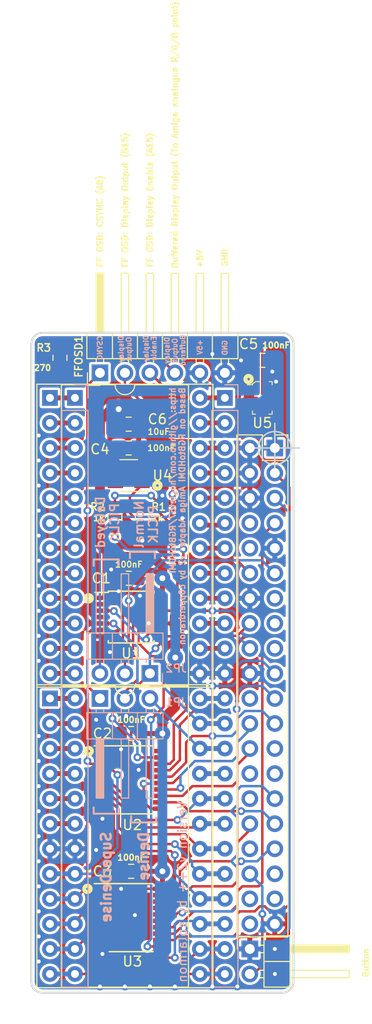
<source format=kicad_pcb>
(kicad_pcb (version 20171130) (host pcbnew "(5.1.9)-1")
  (title_block (title "RGBtoHDMI Denise Adapter - v2++ by solarmon") (date 2021-03-17) (rev v2++))
  (layers (0 F.Cu signal) (31 B.Cu signal) (34 B.Paste user) (35 F.Paste user) (36 B.SilkS user) (37 F.SilkS user) (38 B.Mask user) (39 F.Mask user) (44 Edge.Cuts user))
  (net 0 "")
  (net 1 GND)
  (net 2 +3V3)
  (net 3 /B0)
  (net 4 /R3)
  (net 5 /R2)
  (net 6 /R1)
  (net 7 /R0)
  (net 8 +5V)
  (net 9 "Net-(JDenise1-Pad18)")
  (net 10 "Net-(JDenise1-Pad17)")
  (net 11 "Net-(JDenise1-Pad16)")
  (net 12 "Net-(JDenise1-Pad15)")
  (net 13 "Net-(JDenise1-Pad14)")
  (net 14 "Net-(JDenise1-Pad12)")
  (net 15 "Net-(JDenise1-Pad11)")
  (net 16 /CDAC)
  (net 17 "Net-(JDenise1-Pad10)")
  (net 18 "Net-(JDenise1-Pad9)")
  (net 19 /CSYNC)
  (net 20 "Net-(JDenise1-Pad8)")
  (net 21 /G3)
  (net 22 "Net-(JDenise1-Pad7)")
  (net 23 /G2)
  (net 24 "Net-(JDenise1-Pad6)")
  (net 25 /G1)
  (net 26 "Net-(JDenise1-Pad5)")
  (net 27 /G0)
  (net 28 "Net-(JDenise1-Pad4)")
  (net 29 /B3)
  (net 30 "Net-(JDenise1-Pad3)")
  (net 31 /B2)
  (net 32 "Net-(JDenise1-Pad2)")
  (net 33 /B1)
  (net 34 "Net-(JDenise1-Pad1)")
  (net 35 /PiCLK)
  (net 36 /PiCSYNC)
  (net 37 /PiR3)
  (net 38 /PiR2)
  (net 39 /PiR1)
  (net 40 "Net-(JRaspberryPiZero1-Pad13)")
  (net 41 /PiR0)
  (net 42 "Net-(JRaspberryPiZero1-Pad17)")
  (net 43 /PiG3)
  (net 44 /PiG2)
  (net 45 /PiG1)
  (net 46 /PiG0)
  (net 47 /PiB3)
  (net 48 /PiB2)
  (net 49 /PiB1)
  (net 50 /PiB0)
  (net 51 "Net-(JRaspberryPiZero1-Pad8)")
  (net 52 "Net-(JRaspberryPiZero1-Pad10)")
  (net 53 "Net-(JRaspberryPiZero1-Pad12)")
  (net 54 "Net-(JRaspberryPiZero1-Pad18)")
  (net 55 "Net-(JRaspberryPiZero1-Pad22)")
  (net 56 "Net-(U1-Pad11)")
  (net 57 "Net-(JRaspberryPiZero1-Pad15)")
  (net 58 "Net-(JRaspberryPiZero1-Pad25)")
  (net 59 "Net-(JRaspberryPiZero1-Pad27)")
  (net 60 "Net-(JRaspberryPiZero1-Pad28)")
  (net 61 "Net-(JRaspberryPiZero1-Pad30)")
  (net 62 "Net-(JRaspberryPiZero1-Pad34)")
  (net 63 "Net-(JRaspberryPiZero1-Pad40)")
  (net 64 "Net-(JDenise1-Pad19)")
  (net 65 "Net-(JDenise1-Pad20)")
  (net 66 "Net-(JDenise1-Pad21)")
  (net 67 "Net-(JDenise1-Pad22)")
  (net 68 "Net-(JDenise1-Pad23)")
  (net 69 "Net-(JDenise1-Pad24)")
  (net 70 "Net-(JDenise2-Pad24)")
  (net 71 "Net-(JDenise2-Pad21)")
  (net 72 "Net-(JDenise2-Pad6)")
  (net 73 "Net-(JDenise2-Pad5)")
  (net 74 "Net-(JDenise2-Pad4)")
  (net 75 "Net-(JDenise2-Pad3)")
  (net 76 "Net-(JDenise2-Pad2)")
  (net 77 "Net-(JDenise2-Pad1)")
  (net 78 "Net-(JRaspberryPiZero1-Pad35)")
  (net 79 "Net-(JRaspberryPiZero1-Pad38)")
  (net 80 "Net-(U3-Pad18)")
  (net 81 "Net-(U3-Pad19)")
  (net 82 "Net-(U1-Pad2)")
  (net 83 "Net-(JRaspberryPiZero1-Pad37)")
  (net 84 /7MHZ)
  (net 85 "Net-(JP1-Pad2)")
  (net 86 "Net-(U1-Pad3)")
  (net 87 "Net-(JP2-Pad3)")
  (net 88 "Net-(JP2-Pad1)")
  (net 89 "Net-(U4-Pad3)")
  (net 90 "Net-(JP1-Pad1)")
  (net 91 "Net-(JB1-Pad2)")
  (net 92 /OSD_DISPLAY_OUTPUT_BUFFERRED)
  (net 93 /OSD_DISPLAY_ENABLE)
  (net 94 /OSD_DISPLAY_OUPUT)
  (net 95 "Net-(R3-Pad2)")
  (module solarmon_library:PinHeader_1x24_P2.54mm_Vertical_smaller (layer B.Cu) (at 134.62 60.96 180)
    (fp_text reference JMainBoard2 hide)
    (fp_text value Conn_01x24)
    (pad 24 thru_hole oval (at 0 -58.42 180) (size 1.6 1.6) (drill 0.8) (layers *.Cu *.Mask) (net 33 /B1))
    (pad 23 thru_hole oval (at 0 -55.88 180) (size 1.6 1.6) (drill 0.8) (layers *.Cu *.Mask) (net 31 /B2))
    (pad 22 thru_hole oval (at 0 -53.34 180) (size 1.6 1.6) (drill 0.8) (layers *.Cu *.Mask) (net 29 /B3))
    (pad 21 thru_hole oval (at 0 -50.8 180) (size 1.6 1.6) (drill 0.8) (layers *.Cu *.Mask) (net 27 /G0))
    (pad 20 thru_hole oval (at 0 -48.26 180) (size 1.6 1.6) (drill 0.8) (layers *.Cu *.Mask) (net 25 /G1))
    (pad 19 thru_hole oval (at 0 -45.72 180) (size 1.6 1.6) (drill 0.8) (layers *.Cu *.Mask) (net 23 /G2))
    (pad 18 thru_hole oval (at 0 -43.18 180) (size 1.6 1.6) (drill 0.8) (layers *.Cu *.Mask) (net 21 /G3))
    (pad 17 thru_hole oval (at 0 -40.64 180) (size 1.6 1.6) (drill 0.8) (layers *.Cu *.Mask) (net 19 /CSYNC))
    (pad 16 thru_hole oval (at 0 -38.1 180) (size 1.6 1.6) (drill 0.8) (layers *.Cu *.Mask) (net 71 "Net-(JDenise2-Pad21)"))
    (pad 15 thru_hole oval (at 0 -35.56 180) (size 1.6 1.6) (drill 0.8) (layers *.Cu *.Mask) (net 16 /CDAC))
    (pad 14 thru_hole oval (at 0 -33.02 180) (size 1.6 1.6) (drill 0.8) (layers *.Cu *.Mask) (net 84 /7MHZ))
    (pad 13 thru_hole oval (at 0 -30.48 180) (size 1.6 1.6) (drill 0.8) (layers *.Cu *.Mask) (net 70 "Net-(JDenise2-Pad24)"))
    (pad 12 thru_hole oval (at 0 -27.94 180) (size 1.6 1.6) (drill 0.8) (layers *.Cu *.Mask) (net 1 GND))
    (pad 11 thru_hole oval (at 0 -25.4 180) (size 1.6 1.6) (drill 0.8) (layers *.Cu *.Mask) (net 13 "Net-(JDenise1-Pad14)"))
    (pad 10 thru_hole oval (at 0 -22.86 180) (size 1.6 1.6) (drill 0.8) (layers *.Cu *.Mask) (net 12 "Net-(JDenise1-Pad15)"))
    (pad 9 thru_hole oval (at 0 -20.32 180) (size 1.6 1.6) (drill 0.8) (layers *.Cu *.Mask) (net 11 "Net-(JDenise1-Pad16)"))
    (pad 8 thru_hole oval (at 0 -17.78 180) (size 1.6 1.6) (drill 0.8) (layers *.Cu *.Mask) (net 10 "Net-(JDenise1-Pad17)"))
    (pad 7 thru_hole oval (at 0 -15.24 180) (size 1.6 1.6) (drill 0.8) (layers *.Cu *.Mask) (net 9 "Net-(JDenise1-Pad18)"))
    (pad 6 thru_hole oval (at 0 -12.7 180) (size 1.6 1.6) (drill 0.8) (layers *.Cu *.Mask) (net 64 "Net-(JDenise1-Pad19)"))
    (pad 5 thru_hole oval (at 0 -10.16 180) (size 1.6 1.6) (drill 0.8) (layers *.Cu *.Mask) (net 65 "Net-(JDenise1-Pad20)"))
    (pad 4 thru_hole oval (at 0 -7.62 180) (size 1.6 1.6) (drill 0.8) (layers *.Cu *.Mask) (net 66 "Net-(JDenise1-Pad21)"))
    (pad 3 thru_hole oval (at 0 -5.08 180) (size 1.6 1.6) (drill 0.8) (layers *.Cu *.Mask) (net 67 "Net-(JDenise1-Pad22)"))
    (pad 2 thru_hole oval (at 0 -2.54 180) (size 1.6 1.6) (drill 0.8) (layers *.Cu *.Mask) (net 68 "Net-(JDenise1-Pad23)"))
    (pad 1 thru_hole rect (at 0 0 180) (size 1.6 1.6) (drill 0.8) (layers *.Cu *.Mask) (net 69 "Net-(JDenise1-Pad24)"))
  )
  (module solarmon_library:PinHeader_1x24_P2.54mm_Vertical_smaller (layer B.Cu) (at 119.38 60.96 180)
    (fp_text reference JMainBoard1 hide)
    (fp_text value Conn_01x24)
    (pad 24 thru_hole oval (at 0 -58.42 180) (size 1.6 1.6) (drill 0.8) (layers *.Cu *.Mask) (net 3 /B0))
    (pad 23 thru_hole oval (at 0 -55.88 180) (size 1.6 1.6) (drill 0.8) (layers *.Cu *.Mask) (net 4 /R3))
    (pad 22 thru_hole oval (at 0 -53.34 180) (size 1.6 1.6) (drill 0.8) (layers *.Cu *.Mask) (net 5 /R2))
    (pad 21 thru_hole oval (at 0 -50.8 180) (size 1.6 1.6) (drill 0.8) (layers *.Cu *.Mask) (net 6 /R1))
    (pad 20 thru_hole oval (at 0 -48.26 180) (size 1.6 1.6) (drill 0.8) (layers *.Cu *.Mask) (net 7 /R0))
    (pad 19 thru_hole oval (at 0 -45.72 180) (size 1.6 1.6) (drill 0.8) (layers *.Cu *.Mask) (net 8 +5V))
    (pad 18 thru_hole oval (at 0 -43.18 180) (size 1.6 1.6) (drill 0.8) (layers *.Cu *.Mask) (net 72 "Net-(JDenise2-Pad6)"))
    (pad 17 thru_hole oval (at 0 -40.64 180) (size 1.6 1.6) (drill 0.8) (layers *.Cu *.Mask) (net 73 "Net-(JDenise2-Pad5)"))
    (pad 16 thru_hole oval (at 0 -38.1 180) (size 1.6 1.6) (drill 0.8) (layers *.Cu *.Mask) (net 74 "Net-(JDenise2-Pad4)"))
    (pad 15 thru_hole oval (at 0 -35.56 180) (size 1.6 1.6) (drill 0.8) (layers *.Cu *.Mask) (net 75 "Net-(JDenise2-Pad3)"))
    (pad 14 thru_hole oval (at 0 -33.02 180) (size 1.6 1.6) (drill 0.8) (layers *.Cu *.Mask) (net 76 "Net-(JDenise2-Pad2)"))
    (pad 13 thru_hole oval (at 0 -30.48 180) (size 1.6 1.6) (drill 0.8) (layers *.Cu *.Mask) (net 77 "Net-(JDenise2-Pad1)"))
    (pad 12 thru_hole oval (at 0 -27.94 180) (size 1.6 1.6) (drill 0.8) (layers *.Cu *.Mask) (net 14 "Net-(JDenise1-Pad12)"))
    (pad 11 thru_hole oval (at 0 -25.4 180) (size 1.6 1.6) (drill 0.8) (layers *.Cu *.Mask) (net 15 "Net-(JDenise1-Pad11)"))
    (pad 10 thru_hole oval (at 0 -22.86 180) (size 1.6 1.6) (drill 0.8) (layers *.Cu *.Mask) (net 17 "Net-(JDenise1-Pad10)"))
    (pad 9 thru_hole oval (at 0 -20.32 180) (size 1.6 1.6) (drill 0.8) (layers *.Cu *.Mask) (net 18 "Net-(JDenise1-Pad9)"))
    (pad 8 thru_hole oval (at 0 -17.78 180) (size 1.6 1.6) (drill 0.8) (layers *.Cu *.Mask) (net 20 "Net-(JDenise1-Pad8)"))
    (pad 7 thru_hole oval (at 0 -15.24 180) (size 1.6 1.6) (drill 0.8) (layers *.Cu *.Mask) (net 22 "Net-(JDenise1-Pad7)"))
    (pad 6 thru_hole oval (at 0 -12.7 180) (size 1.6 1.6) (drill 0.8) (layers *.Cu *.Mask) (net 24 "Net-(JDenise1-Pad6)"))
    (pad 5 thru_hole oval (at 0 -10.16 180) (size 1.6 1.6) (drill 0.8) (layers *.Cu *.Mask) (net 26 "Net-(JDenise1-Pad5)"))
    (pad 4 thru_hole oval (at 0 -7.62 180) (size 1.6 1.6) (drill 0.8) (layers *.Cu *.Mask) (net 28 "Net-(JDenise1-Pad4)"))
    (pad 3 thru_hole oval (at 0 -5.08 180) (size 1.6 1.6) (drill 0.8) (layers *.Cu *.Mask) (net 30 "Net-(JDenise1-Pad3)"))
    (pad 2 thru_hole oval (at 0 -2.54 180) (size 1.6 1.6) (drill 0.8) (layers *.Cu *.Mask) (net 32 "Net-(JDenise1-Pad2)"))
    (pad 1 thru_hole rect (at 0 0 180) (size 1.6 1.6) (drill 0.8) (layers *.Cu *.Mask) (net 34 "Net-(JDenise1-Pad1)"))
  )
  (module Connector_PinHeader_2.54mm:PinHeader_1x06_P2.54mm_Horizontal (layer F.Cu) (at 121.92 58.42 90)
    (fp_text reference FFOSD1 (at 1.651 -2.159 90) (layer F.SilkS) (effects (font (size 0.75 0.75))))
    (fp_text value Conn_01x06)
    (pad 6 thru_hole oval (at 0 12.7 90) (size 1.7 1.7) (drill 1) (layers *.Cu *.Mask) (net 1 GND))
    (pad 5 thru_hole oval (at 0 10.16 90) (size 1.7 1.7) (drill 1) (layers *.Cu *.Mask) (net 8 +5V))
    (pad 4 thru_hole oval (at 0 7.62 90) (size 1.7 1.7) (drill 1) (layers *.Cu *.Mask) (net 92 /OSD_DISPLAY_OUTPUT_BUFFERRED))
    (pad 3 thru_hole oval (at 0 5.08 90) (size 1.7 1.7) (drill 1) (layers *.Cu *.Mask) (net 93 /OSD_DISPLAY_ENABLE))
    (pad 2 thru_hole oval (at 0 2.54 90) (size 1.7 1.7) (drill 1) (layers *.Cu *.Mask) (net 94 /OSD_DISPLAY_OUPUT))
    (pad 1 thru_hole rect (at 0 0 90) (size 1.7 1.7) (drill 1) (layers *.Cu *.Mask) (net 19 /CSYNC))
  )
  (module solarmon_library:SOT-753 (layer F.Cu) (at 138.43 60.96 270)
    (fp_text reference U5 (at 2.54 0 180) (layer F.SilkS))
    (fp_text value 74LVC1G125)
    (pad 5 smd rect (at -0.95 -1.35 270) (size 0.6 1.05) (layers F.Cu F.Paste F.Mask) (net 2 +3V3))
    (pad 4 smd rect (at 0.95 -1.35 270) (size 0.6 1.05) (layers F.Cu F.Paste F.Mask) (net 95 "Net-(R3-Pad2)"))
    (pad 3 smd rect (at 0.95 1.35 270) (size 0.6 1.05) (layers F.Cu F.Paste F.Mask) (net 1 GND))
    (pad 2 smd rect (at 0 1.35 270) (size 0.6 1.05) (layers F.Cu F.Paste F.Mask) (net 94 /OSD_DISPLAY_OUPUT))
    (pad 1 smd rect (at -0.95 1.35 270) (size 0.6 1.05) (layers F.Cu F.Paste F.Mask) (net 93 /OSD_DISPLAY_ENABLE))
  )
  (module Resistor_SMD:R_0805_2012Metric_Pad1.15x1.40mm_HandSolder (layer F.Cu) (at 117.856 56.896 90)
    (fp_text reference R3 (at 1.016 -1.651 180) (layer F.SilkS) (effects (font (size 0.75 0.75))))
    (fp_text value 270 (at -1.016 -1.778 180) (layer F.SilkS) (effects (font (size 0.6 0.6))))
    (pad 2 smd roundrect (at 1.025 0 90) (size 1.15 1.4) (layers F.Cu F.Paste F.Mask) (roundrect_rratio 0.2173904347826087) (net 95 "Net-(R3-Pad2)"))
    (pad 1 smd roundrect (at -1.025 0 90) (size 1.15 1.4) (layers F.Cu F.Paste F.Mask) (roundrect_rratio 0.2173904347826087) (net 92 /OSD_DISPLAY_OUTPUT_BUFFERRED))
  )
  (module Capacitor_SMD:C_0805_2012Metric_Pad1.15x1.40mm_HandSolder (layer F.Cu) (at 138.43 57.15 180)
    (fp_text reference C5 (at 1.397 1.651) (layer F.SilkS))
    (fp_text value 100nF (at -1.397 1.524) (layer F.SilkS) (effects (font (size 0.6 0.6))))
    (pad 2 smd roundrect (at 1.025 0 180) (size 1.15 1.4) (layers F.Cu F.Paste F.Mask) (roundrect_rratio 0.2173904347826087) (net 1 GND))
    (pad 1 smd roundrect (at -1.025 0 180) (size 1.15 1.4) (layers F.Cu F.Paste F.Mask) (roundrect_rratio 0.2173904347826087) (net 2 +3V3))
  )
  (module Resistor_SMD:R_0805_2012Metric_Pad1.15x1.40mm_HandSolder (layer F.Cu) (at 123.444 73.025 90)
    (fp_text reference R2 (at 1.016 -1.778) (layer F.SilkS) (effects (font (size 0.75 0.75))))
    (fp_text value 1k (at -0.127 -1.651) (layer F.SilkS) (effects (font (size 0.6 0.6))))
    (pad 2 smd roundrect (at 1.025 0 90) (size 1.15 1.4) (layers F.Cu F.Paste F.Mask) (roundrect_rratio 0.2173904347826087) (net 94 /OSD_DISPLAY_OUPUT))
    (pad 1 smd roundrect (at -1.025 0 90) (size 1.15 1.4) (layers F.Cu F.Paste F.Mask) (roundrect_rratio 0.2173904347826087) (net 54 "Net-(JRaspberryPiZero1-Pad18)"))
  )
  (module Capacitor_SMD:C_0805_2012Metric_Pad1.15x1.40mm_HandSolder (layer F.Cu) (at 124.841 66.04)
    (fp_text reference C4 (at -2.921 0.127) (layer F.SilkS))
    (fp_text value 100nF (at 3.302 0) (layer F.SilkS) (effects (font (size 0.6 0.6) (thickness 0.125))))
    (pad 2 smd roundrect (at 1.025 0) (size 1.15 1.4) (layers F.Cu F.Paste F.Mask) (roundrect_rratio 0.2173904347826087) (net 1 GND))
    (pad 1 smd roundrect (at -1.025 0) (size 1.15 1.4) (layers F.Cu F.Paste F.Mask) (roundrect_rratio 0.2173904347826087) (net 2 +3V3))
  )
  (module Package_TO_SOT_SMD:SOT-23-6_Handsoldering (layer F.Cu) (at 124.841 68.834 180)
    (fp_text reference U4 (at -3.429 0) (layer F.SilkS))
    (fp_text value SN74LVC2G04)
    (pad 5 smd rect (at 1.35 0 180) (size 1.56 0.65) (layers F.Cu F.Paste F.Mask) (net 2 +3V3))
    (pad 6 smd rect (at 1.35 -0.95 180) (size 1.56 0.65) (layers F.Cu F.Paste F.Mask) (net 89 "Net-(U4-Pad3)"))
    (pad 4 smd rect (at 1.35 0.95 180) (size 1.56 0.65) (layers F.Cu F.Paste F.Mask) (net 87 "Net-(JP2-Pad3)"))
    (pad 3 smd rect (at -1.35 0.95 180) (size 1.56 0.65) (layers F.Cu F.Paste F.Mask) (net 89 "Net-(U4-Pad3)"))
    (pad 2 smd rect (at -1.35 0 180) (size 1.56 0.65) (layers F.Cu F.Paste F.Mask) (net 1 GND))
    (pad 1 smd rect (at -1.35 -0.95 180) (size 1.56 0.65) (layers F.Cu F.Paste F.Mask) (net 88 "Net-(JP2-Pad1)"))
  )
  (module Connector_PinHeader_2.54mm:PinHeader_1x03_P2.54mm_Horizontal (layer B.Cu) (at 127 88.9 90)
    (fp_text reference JP2 (at 0.508 2.667) (layer B.SilkS) (effects (font (size 0.8 0.8)) (justify mirror)))
    (fp_text value Jumper_3_Bridged12)
    (pad 3 thru_hole oval (at 0 -5.08 90) (size 1.7 1.7) (drill 1) (layers *.Cu *.Mask) (net 87 "Net-(JP2-Pad3)"))
    (pad 2 thru_hole oval (at 0 -2.54 90) (size 1.7 1.7) (drill 1) (layers *.Cu *.Mask) (net 35 /PiCLK))
    (pad 1 thru_hole rect (at 0 0 90) (size 1.7 1.7) (drill 1) (layers *.Cu *.Mask) (net 88 "Net-(JP2-Pad1)"))
  )
  (module Capacitor_SMD:C_0805_2012Metric_Pad1.15x1.40mm_HandSolder (layer F.Cu) (at 125.095 108.966 180)
    (fp_text reference C3 (at 2.921 0) (layer F.SilkS))
    (fp_text value 100nF (at 0 1.397) (layer F.SilkS) (effects (font (size 0.6 0.6))))
    (pad 2 smd roundrect (at 1.025 0 180) (size 1.15 1.4) (layers F.Cu F.Paste F.Mask) (roundrect_rratio 0.2173904347826087) (net 1 GND))
    (pad 1 smd roundrect (at -1.025 0 180) (size 1.15 1.4) (layers F.Cu F.Paste F.Mask) (roundrect_rratio 0.2173904347826087) (net 2 +3V3))
  )
  (module Capacitor_SMD:C_0805_2012Metric_Pad1.15x1.40mm_HandSolder (layer F.Cu) (at 125.095 94.996 180)
    (fp_text reference C2 (at 2.921 0) (layer F.SilkS))
    (fp_text value 100nF (at 0 1.397) (layer F.SilkS) (effects (font (size 0.6 0.6))))
    (pad 2 smd roundrect (at 1.025 0 180) (size 1.15 1.4) (layers F.Cu F.Paste F.Mask) (roundrect_rratio 0.2173904347826087) (net 1 GND))
    (pad 1 smd roundrect (at -1.025 0 180) (size 1.15 1.4) (layers F.Cu F.Paste F.Mask) (roundrect_rratio 0.2173904347826087) (net 2 +3V3))
  )
  (module Capacitor_SMD:C_0805_2012Metric_Pad1.15x1.40mm_HandSolder (layer F.Cu) (at 124.85 79.248 180)
    (fp_text reference C1 (at 2.794 0) (layer F.SilkS))
    (fp_text value 100nF (at 0 1.397) (layer F.SilkS) (effects (font (size 0.6 0.6) (thickness 0.125))))
    (pad 2 smd roundrect (at 1.025 0 180) (size 1.15 1.4) (layers F.Cu F.Paste F.Mask) (roundrect_rratio 0.2173904347826087) (net 1 GND))
    (pad 1 smd roundrect (at -1.025 0 180) (size 1.15 1.4) (layers F.Cu F.Paste F.Mask) (roundrect_rratio 0.2173904347826087) (net 2 +3V3))
  )
  (module Package_SO:TSSOP-14_4.4x5mm_P0.65mm (layer F.Cu) (at 125.095 83.185)
    (fp_text reference U1 (at 0 3.683) (layer F.SilkS))
    (fp_text value 74LVC86)
    (pad 1 smd rect (at -2.95 -1.95) (size 1.45 0.45) (layers F.Cu F.Paste F.Mask) (net 2 +3V3))
    (pad 2 smd rect (at -2.95 -1.3) (size 1.45 0.45) (layers F.Cu F.Paste F.Mask) (net 82 "Net-(U1-Pad2)"))
    (pad 3 smd rect (at -2.95 -0.65) (size 1.45 0.45) (layers F.Cu F.Paste F.Mask) (net 86 "Net-(U1-Pad3)"))
    (pad 4 smd rect (at -2.95 0) (size 1.45 0.45) (layers F.Cu F.Paste F.Mask) (net 2 +3V3))
    (pad 5 smd rect (at -2.95 0.65) (size 1.45 0.45) (layers F.Cu F.Paste F.Mask) (net 84 /7MHZ))
    (pad 6 smd rect (at -2.95 1.3) (size 1.45 0.45) (layers F.Cu F.Paste F.Mask) (net 90 "Net-(JP1-Pad1)"))
    (pad 7 smd rect (at -2.95 1.95) (size 1.45 0.45) (layers F.Cu F.Paste F.Mask) (net 1 GND))
    (pad 8 smd rect (at 2.95 1.95) (size 1.45 0.45) (layers F.Cu F.Paste F.Mask) (net 88 "Net-(JP2-Pad1)"))
    (pad 9 smd rect (at 2.95 1.3) (size 1.45 0.45) (layers F.Cu F.Paste F.Mask) (net 86 "Net-(U1-Pad3)"))
    (pad 10 smd rect (at 2.95 0.65) (size 1.45 0.45) (layers F.Cu F.Paste F.Mask) (net 1 GND))
    (pad 11 smd rect (at 2.95 0) (size 1.45 0.45) (layers F.Cu F.Paste F.Mask) (net 56 "Net-(U1-Pad11)"))
    (pad 12 smd rect (at 2.95 -0.65) (size 1.45 0.45) (layers F.Cu F.Paste F.Mask) (net 88 "Net-(JP2-Pad1)"))
    (pad 13 smd rect (at 2.95 -1.3) (size 1.45 0.45) (layers F.Cu F.Paste F.Mask) (net 85 "Net-(JP1-Pad2)"))
    (pad 14 smd rect (at 2.95 -1.95) (size 1.45 0.45) (layers F.Cu F.Paste F.Mask) (net 2 +3V3))
  )
  (module Package_SO:TSSOP-20_4.4x6.5mm_P0.65mm (layer F.Cu) (at 125.095 99.695)
    (fp_text reference U2 (at 0.127 4.572) (layer F.SilkS))
    (fp_text value 74LVC574)
    (pad 20 smd rect (at 2.95 -2.925) (size 1.45 0.45) (layers F.Cu F.Paste F.Mask) (net 2 +3V3))
    (pad 19 smd rect (at 2.95 -2.275) (size 1.45 0.45) (layers F.Cu F.Paste F.Mask) (net 82 "Net-(U1-Pad2)"))
    (pad 18 smd rect (at 2.95 -1.625) (size 1.45 0.45) (layers F.Cu F.Paste F.Mask) (net 36 /PiCSYNC))
    (pad 17 smd rect (at 2.95 -0.975) (size 1.45 0.45) (layers F.Cu F.Paste F.Mask) (net 41 /PiR0))
    (pad 16 smd rect (at 2.95 -0.325) (size 1.45 0.45) (layers F.Cu F.Paste F.Mask) (net 39 /PiR1))
    (pad 15 smd rect (at 2.95 0.325) (size 1.45 0.45) (layers F.Cu F.Paste F.Mask) (net 43 /PiG3))
    (pad 14 smd rect (at 2.95 0.975) (size 1.45 0.45) (layers F.Cu F.Paste F.Mask) (net 44 /PiG2))
    (pad 13 smd rect (at 2.95 1.625) (size 1.45 0.45) (layers F.Cu F.Paste F.Mask) (net 45 /PiG1))
    (pad 12 smd rect (at 2.95 2.275) (size 1.45 0.45) (layers F.Cu F.Paste F.Mask) (net 46 /PiG0))
    (pad 11 smd rect (at 2.95 2.925) (size 1.45 0.45) (layers F.Cu F.Paste F.Mask) (net 56 "Net-(U1-Pad11)"))
    (pad 10 smd rect (at -2.95 2.925) (size 1.45 0.45) (layers F.Cu F.Paste F.Mask) (net 1 GND))
    (pad 9 smd rect (at -2.95 2.275) (size 1.45 0.45) (layers F.Cu F.Paste F.Mask) (net 27 /G0))
    (pad 8 smd rect (at -2.95 1.625) (size 1.45 0.45) (layers F.Cu F.Paste F.Mask) (net 25 /G1))
    (pad 7 smd rect (at -2.95 0.975) (size 1.45 0.45) (layers F.Cu F.Paste F.Mask) (net 23 /G2))
    (pad 6 smd rect (at -2.95 0.325) (size 1.45 0.45) (layers F.Cu F.Paste F.Mask) (net 21 /G3))
    (pad 5 smd rect (at -2.95 -0.325) (size 1.45 0.45) (layers F.Cu F.Paste F.Mask) (net 6 /R1))
    (pad 4 smd rect (at -2.95 -0.975) (size 1.45 0.45) (layers F.Cu F.Paste F.Mask) (net 7 /R0))
    (pad 3 smd rect (at -2.95 -1.625) (size 1.45 0.45) (layers F.Cu F.Paste F.Mask) (net 19 /CSYNC))
    (pad 2 smd rect (at -2.95 -2.275) (size 1.45 0.45) (layers F.Cu F.Paste F.Mask) (net 88 "Net-(JP2-Pad1)"))
    (pad 1 smd rect (at -2.95 -2.925) (size 1.45 0.45) (layers F.Cu F.Paste F.Mask) (net 1 GND))
  )
  (module Package_SO:TSSOP-20_4.4x6.5mm_P0.65mm (layer F.Cu) (at 125.095 113.665)
    (fp_text reference U3 (at 0.127 4.445) (layer F.SilkS))
    (fp_text value 74LVC574)
    (pad 1 smd rect (at -2.95 -2.925) (size 1.45 0.45) (layers F.Cu F.Paste F.Mask) (net 1 GND))
    (pad 2 smd rect (at -2.95 -2.275) (size 1.45 0.45) (layers F.Cu F.Paste F.Mask) (net 2 +3V3))
    (pad 3 smd rect (at -2.95 -1.625) (size 1.45 0.45) (layers F.Cu F.Paste F.Mask) (net 2 +3V3))
    (pad 4 smd rect (at -2.95 -0.975) (size 1.45 0.45) (layers F.Cu F.Paste F.Mask) (net 5 /R2))
    (pad 5 smd rect (at -2.95 -0.325) (size 1.45 0.45) (layers F.Cu F.Paste F.Mask) (net 4 /R3))
    (pad 6 smd rect (at -2.95 0.325) (size 1.45 0.45) (layers F.Cu F.Paste F.Mask) (net 29 /B3))
    (pad 7 smd rect (at -2.95 0.975) (size 1.45 0.45) (layers F.Cu F.Paste F.Mask) (net 31 /B2))
    (pad 8 smd rect (at -2.95 1.625) (size 1.45 0.45) (layers F.Cu F.Paste F.Mask) (net 33 /B1))
    (pad 9 smd rect (at -2.95 2.275) (size 1.45 0.45) (layers F.Cu F.Paste F.Mask) (net 3 /B0))
    (pad 10 smd rect (at -2.95 2.925) (size 1.45 0.45) (layers F.Cu F.Paste F.Mask) (net 1 GND))
    (pad 11 smd rect (at 2.95 2.925) (size 1.45 0.45) (layers F.Cu F.Paste F.Mask) (net 56 "Net-(U1-Pad11)"))
    (pad 12 smd rect (at 2.95 2.275) (size 1.45 0.45) (layers F.Cu F.Paste F.Mask) (net 50 /PiB0))
    (pad 13 smd rect (at 2.95 1.625) (size 1.45 0.45) (layers F.Cu F.Paste F.Mask) (net 49 /PiB1))
    (pad 14 smd rect (at 2.95 0.975) (size 1.45 0.45) (layers F.Cu F.Paste F.Mask) (net 48 /PiB2))
    (pad 15 smd rect (at 2.95 0.325) (size 1.45 0.45) (layers F.Cu F.Paste F.Mask) (net 47 /PiB3))
    (pad 16 smd rect (at 2.95 -0.325) (size 1.45 0.45) (layers F.Cu F.Paste F.Mask) (net 37 /PiR3))
    (pad 17 smd rect (at 2.95 -0.975) (size 1.45 0.45) (layers F.Cu F.Paste F.Mask) (net 38 /PiR2))
    (pad 18 smd rect (at 2.95 -1.625) (size 1.45 0.45) (layers F.Cu F.Paste F.Mask) (net 80 "Net-(U3-Pad18)"))
    (pad 19 smd rect (at 2.95 -2.275) (size 1.45 0.45) (layers F.Cu F.Paste F.Mask) (net 81 "Net-(U3-Pad19)"))
    (pad 20 smd rect (at 2.95 -2.925) (size 1.45 0.45) (layers F.Cu F.Paste F.Mask) (net 2 +3V3))
  )
  (module Connector_PinSocket_2.54mm:PinSocket_2x20_P2.54mm_Vertical (layer F.Cu) (at 139.7 66.04)
    (fp_text reference JRaspberryPiZero1 hide)
    (fp_text value Conn_02x20_Odd_Even)
    (pad 1 thru_hole rect (at 0 0) (size 1.7 1.7) (drill 1) (layers *.Cu *.Mask) (net 2 +3V3))
    (pad 2 thru_hole oval (at -2.54 0) (size 1.7 1.7) (drill 1) (layers *.Cu *.Mask) (net 8 +5V))
    (pad 3 thru_hole oval (at 0 2.54) (size 1.7 1.7) (drill 1) (layers *.Cu *.Mask) (net 50 /PiB0))
    (pad 4 thru_hole oval (at -2.54 2.54) (size 1.7 1.7) (drill 1) (layers *.Cu *.Mask) (net 8 +5V))
    (pad 5 thru_hole oval (at 0 5.08) (size 1.7 1.7) (drill 1) (layers *.Cu *.Mask) (net 49 /PiB1))
    (pad 6 thru_hole oval (at -2.54 5.08) (size 1.7 1.7) (drill 1) (layers *.Cu *.Mask) (net 1 GND))
    (pad 7 thru_hole oval (at 0 7.62) (size 1.7 1.7) (drill 1) (layers *.Cu *.Mask) (net 48 /PiB2))
    (pad 8 thru_hole oval (at -2.54 7.62) (size 1.7 1.7) (drill 1) (layers *.Cu *.Mask) (net 51 "Net-(JRaspberryPiZero1-Pad8)"))
    (pad 9 thru_hole oval (at 0 10.16) (size 1.7 1.7) (drill 1) (layers *.Cu *.Mask) (net 1 GND))
    (pad 10 thru_hole oval (at -2.54 10.16) (size 1.7 1.7) (drill 1) (layers *.Cu *.Mask) (net 52 "Net-(JRaspberryPiZero1-Pad10)"))
    (pad 11 thru_hole oval (at 0 12.7) (size 1.7 1.7) (drill 1) (layers *.Cu *.Mask) (net 35 /PiCLK))
    (pad 12 thru_hole oval (at -2.54 12.7) (size 1.7 1.7) (drill 1) (layers *.Cu *.Mask) (net 53 "Net-(JRaspberryPiZero1-Pad12)"))
    (pad 13 thru_hole oval (at 0 15.24) (size 1.7 1.7) (drill 1) (layers *.Cu *.Mask) (net 40 "Net-(JRaspberryPiZero1-Pad13)"))
    (pad 14 thru_hole oval (at -2.54 15.24) (size 1.7 1.7) (drill 1) (layers *.Cu *.Mask) (net 1 GND))
    (pad 15 thru_hole oval (at 0 17.78) (size 1.7 1.7) (drill 1) (layers *.Cu *.Mask) (net 57 "Net-(JRaspberryPiZero1-Pad15)"))
    (pad 16 thru_hole oval (at -2.54 17.78) (size 1.7 1.7) (drill 1) (layers *.Cu *.Mask) (net 36 /PiCSYNC))
    (pad 17 thru_hole oval (at 0 20.32) (size 1.7 1.7) (drill 1) (layers *.Cu *.Mask) (net 42 "Net-(JRaspberryPiZero1-Pad17)"))
    (pad 18 thru_hole oval (at -2.54 20.32) (size 1.7 1.7) (drill 1) (layers *.Cu *.Mask) (net 54 "Net-(JRaspberryPiZero1-Pad18)"))
    (pad 19 thru_hole oval (at 0 22.86) (size 1.7 1.7) (drill 1) (layers *.Cu *.Mask) (net 41 /PiR0))
    (pad 20 thru_hole oval (at -2.54 22.86) (size 1.7 1.7) (drill 1) (layers *.Cu *.Mask) (net 1 GND))
    (pad 21 thru_hole oval (at 0 25.4) (size 1.7 1.7) (drill 1) (layers *.Cu *.Mask) (net 43 /PiG3))
    (pad 22 thru_hole oval (at -2.54 25.4) (size 1.7 1.7) (drill 1) (layers *.Cu *.Mask) (net 55 "Net-(JRaspberryPiZero1-Pad22)"))
    (pad 23 thru_hole oval (at 0 27.94) (size 1.7 1.7) (drill 1) (layers *.Cu *.Mask) (net 39 /PiR1))
    (pad 24 thru_hole oval (at -2.54 27.94) (size 1.7 1.7) (drill 1) (layers *.Cu *.Mask) (net 44 /PiG2))
    (pad 25 thru_hole oval (at 0 30.48) (size 1.7 1.7) (drill 1) (layers *.Cu *.Mask) (net 58 "Net-(JRaspberryPiZero1-Pad25)"))
    (pad 26 thru_hole oval (at -2.54 30.48) (size 1.7 1.7) (drill 1) (layers *.Cu *.Mask) (net 45 /PiG1))
    (pad 27 thru_hole oval (at 0 33.02) (size 1.7 1.7) (drill 1) (layers *.Cu *.Mask) (net 59 "Net-(JRaspberryPiZero1-Pad27)"))
    (pad 28 thru_hole oval (at -2.54 33.02) (size 1.7 1.7) (drill 1) (layers *.Cu *.Mask) (net 60 "Net-(JRaspberryPiZero1-Pad28)"))
    (pad 29 thru_hole oval (at 0 35.56) (size 1.7 1.7) (drill 1) (layers *.Cu *.Mask) (net 47 /PiB3))
    (pad 30 thru_hole oval (at -2.54 35.56) (size 1.7 1.7) (drill 1) (layers *.Cu *.Mask) (net 61 "Net-(JRaspberryPiZero1-Pad30)"))
    (pad 31 thru_hole oval (at 0 38.1) (size 1.7 1.7) (drill 1) (layers *.Cu *.Mask) (net 46 /PiG0))
    (pad 32 thru_hole oval (at -2.54 38.1) (size 1.7 1.7) (drill 1) (layers *.Cu *.Mask) (net 38 /PiR2))
    (pad 33 thru_hole oval (at 0 40.64) (size 1.7 1.7) (drill 1) (layers *.Cu *.Mask) (net 37 /PiR3))
    (pad 34 thru_hole oval (at -2.54 40.64) (size 1.7 1.7) (drill 1) (layers *.Cu *.Mask) (net 62 "Net-(JRaspberryPiZero1-Pad34)"))
    (pad 35 thru_hole oval (at 0 43.18) (size 1.7 1.7) (drill 1) (layers *.Cu *.Mask) (net 78 "Net-(JRaspberryPiZero1-Pad35)"))
    (pad 36 thru_hole oval (at -2.54 43.18) (size 1.7 1.7) (drill 1) (layers *.Cu *.Mask) (net 91 "Net-(JB1-Pad2)"))
    (pad 37 thru_hole oval (at 0 45.72) (size 1.7 1.7) (drill 1) (layers *.Cu *.Mask) (net 83 "Net-(JRaspberryPiZero1-Pad37)"))
    (pad 38 thru_hole oval (at -2.54 45.72) (size 1.7 1.7) (drill 1) (layers *.Cu *.Mask) (net 79 "Net-(JRaspberryPiZero1-Pad38)"))
    (pad 39 thru_hole oval (at 0 48.26) (size 1.7 1.7) (drill 1) (layers *.Cu *.Mask) (net 1 GND))
    (pad 40 thru_hole oval (at -2.54 48.26) (size 1.7 1.7) (drill 1) (layers *.Cu *.Mask) (net 63 "Net-(JRaspberryPiZero1-Pad40)"))
  )
  (module Capacitor_SMD:C_0805_2012Metric_Pad1.15x1.40mm_HandSolder (layer F.Cu) (at 124.841 63.627)
    (fp_text reference C6 (at 2.921 -0.508 180) (layer F.SilkS))
    (fp_text value 10uF (at 3.048 0.762 180) (layer F.SilkS) (effects (font (size 0.6 0.6) (thickness 0.125))))
    (pad 1 smd roundrect (at -1.025 0) (size 1.15 1.4) (layers F.Cu F.Paste F.Mask) (roundrect_rratio 0.2173904347826087) (net 2 +3V3))
    (pad 2 smd roundrect (at 1.025 0) (size 1.15 1.4) (layers F.Cu F.Paste F.Mask) (roundrect_rratio 0.2173904347826087) (net 1 GND))
  )
  (module Resistor_SMD:R_0805_2012Metric_Pad1.15x1.40mm_HandSolder (layer F.Cu) (at 126.238 73.025 270)
    (fp_text reference R1 (at -1.016 -1.651) (layer F.SilkS) (effects (font (size 0.75 0.75))))
    (fp_text value 1k (at 0.127 -1.524) (layer F.SilkS) (effects (font (size 0.6 0.6))))
    (pad 1 smd roundrect (at -1.025 0 270) (size 1.15 1.4) (layers F.Cu F.Paste F.Mask) (roundrect_rratio 0.2173904347826087) (net 53 "Net-(JRaspberryPiZero1-Pad12)"))
    (pad 2 smd roundrect (at 1.025 0 270) (size 1.15 1.4) (layers F.Cu F.Paste F.Mask) (roundrect_rratio 0.2173904347826087) (net 1 GND))
  )
  (module Package_DIP:DIP-24_W15.24mm_Socket (layer F.Cu) (at 116.84 60.96)
    (fp_text reference JDenise1 hide)
    (fp_text value Conn_02x12_Counter_Clockwise)
    (pad 1 thru_hole rect (at 0 0) (size 1.6 1.6) (drill 0.8) (layers *.Cu *.Mask) (net 34 "Net-(JDenise1-Pad1)"))
    (pad 13 thru_hole oval (at 15.24 27.94) (size 1.6 1.6) (drill 0.8) (layers *.Cu *.Mask) (net 1 GND))
    (pad 2 thru_hole oval (at 0 2.54) (size 1.6 1.6) (drill 0.8) (layers *.Cu *.Mask) (net 32 "Net-(JDenise1-Pad2)"))
    (pad 14 thru_hole oval (at 15.24 25.4) (size 1.6 1.6) (drill 0.8) (layers *.Cu *.Mask) (net 13 "Net-(JDenise1-Pad14)"))
    (pad 3 thru_hole oval (at 0 5.08) (size 1.6 1.6) (drill 0.8) (layers *.Cu *.Mask) (net 30 "Net-(JDenise1-Pad3)"))
    (pad 15 thru_hole oval (at 15.24 22.86) (size 1.6 1.6) (drill 0.8) (layers *.Cu *.Mask) (net 12 "Net-(JDenise1-Pad15)"))
    (pad 4 thru_hole oval (at 0 7.62) (size 1.6 1.6) (drill 0.8) (layers *.Cu *.Mask) (net 28 "Net-(JDenise1-Pad4)"))
    (pad 16 thru_hole oval (at 15.24 20.32) (size 1.6 1.6) (drill 0.8) (layers *.Cu *.Mask) (net 11 "Net-(JDenise1-Pad16)"))
    (pad 5 thru_hole oval (at 0 10.16) (size 1.6 1.6) (drill 0.8) (layers *.Cu *.Mask) (net 26 "Net-(JDenise1-Pad5)"))
    (pad 17 thru_hole oval (at 15.24 17.78) (size 1.6 1.6) (drill 0.8) (layers *.Cu *.Mask) (net 10 "Net-(JDenise1-Pad17)"))
    (pad 6 thru_hole oval (at 0 12.7) (size 1.6 1.6) (drill 0.8) (layers *.Cu *.Mask) (net 24 "Net-(JDenise1-Pad6)"))
    (pad 18 thru_hole oval (at 15.24 15.24) (size 1.6 1.6) (drill 0.8) (layers *.Cu *.Mask) (net 9 "Net-(JDenise1-Pad18)"))
    (pad 7 thru_hole oval (at 0 15.24) (size 1.6 1.6) (drill 0.8) (layers *.Cu *.Mask) (net 22 "Net-(JDenise1-Pad7)"))
    (pad 19 thru_hole oval (at 15.24 12.7) (size 1.6 1.6) (drill 0.8) (layers *.Cu *.Mask) (net 64 "Net-(JDenise1-Pad19)"))
    (pad 8 thru_hole oval (at 0 17.78) (size 1.6 1.6) (drill 0.8) (layers *.Cu *.Mask) (net 20 "Net-(JDenise1-Pad8)"))
    (pad 20 thru_hole oval (at 15.24 10.16) (size 1.6 1.6) (drill 0.8) (layers *.Cu *.Mask) (net 65 "Net-(JDenise1-Pad20)"))
    (pad 9 thru_hole oval (at 0 20.32) (size 1.6 1.6) (drill 0.8) (layers *.Cu *.Mask) (net 18 "Net-(JDenise1-Pad9)"))
    (pad 21 thru_hole oval (at 15.24 7.62) (size 1.6 1.6) (drill 0.8) (layers *.Cu *.Mask) (net 66 "Net-(JDenise1-Pad21)"))
    (pad 10 thru_hole oval (at 0 22.86) (size 1.6 1.6) (drill 0.8) (layers *.Cu *.Mask) (net 17 "Net-(JDenise1-Pad10)"))
    (pad 22 thru_hole oval (at 15.24 5.08) (size 1.6 1.6) (drill 0.8) (layers *.Cu *.Mask) (net 67 "Net-(JDenise1-Pad22)"))
    (pad 11 thru_hole oval (at 0 25.4) (size 1.6 1.6) (drill 0.8) (layers *.Cu *.Mask) (net 15 "Net-(JDenise1-Pad11)"))
    (pad 23 thru_hole oval (at 15.24 2.54) (size 1.6 1.6) (drill 0.8) (layers *.Cu *.Mask) (net 68 "Net-(JDenise1-Pad23)"))
    (pad 12 thru_hole oval (at 0 27.94) (size 1.6 1.6) (drill 0.8) (layers *.Cu *.Mask) (net 14 "Net-(JDenise1-Pad12)"))
    (pad 24 thru_hole oval (at 15.24 0) (size 1.6 1.6) (drill 0.8) (layers *.Cu *.Mask) (net 69 "Net-(JDenise1-Pad24)"))
  )
  (module Package_DIP:DIP-24_W15.24mm_Socket (layer F.Cu) (at 116.84 91.44)
    (fp_text reference JDenise2 hide)
    (fp_text value Conn_02x12_Counter_Clockwise)
    (pad 1 thru_hole rect (at 0 0) (size 1.6 1.6) (drill 0.8) (layers *.Cu *.Mask) (net 77 "Net-(JDenise2-Pad1)"))
    (pad 13 thru_hole oval (at 15.24 27.94) (size 1.6 1.6) (drill 0.8) (layers *.Cu *.Mask) (net 33 /B1))
    (pad 2 thru_hole oval (at 0 2.54) (size 1.6 1.6) (drill 0.8) (layers *.Cu *.Mask) (net 76 "Net-(JDenise2-Pad2)"))
    (pad 14 thru_hole oval (at 15.24 25.4) (size 1.6 1.6) (drill 0.8) (layers *.Cu *.Mask) (net 31 /B2))
    (pad 3 thru_hole oval (at 0 5.08) (size 1.6 1.6) (drill 0.8) (layers *.Cu *.Mask) (net 75 "Net-(JDenise2-Pad3)"))
    (pad 15 thru_hole oval (at 15.24 22.86) (size 1.6 1.6) (drill 0.8) (layers *.Cu *.Mask) (net 29 /B3))
    (pad 4 thru_hole oval (at 0 7.62) (size 1.6 1.6) (drill 0.8) (layers *.Cu *.Mask) (net 74 "Net-(JDenise2-Pad4)"))
    (pad 16 thru_hole oval (at 15.24 20.32) (size 1.6 1.6) (drill 0.8) (layers *.Cu *.Mask) (net 27 /G0))
    (pad 5 thru_hole oval (at 0 10.16) (size 1.6 1.6) (drill 0.8) (layers *.Cu *.Mask) (net 73 "Net-(JDenise2-Pad5)"))
    (pad 17 thru_hole oval (at 15.24 17.78) (size 1.6 1.6) (drill 0.8) (layers *.Cu *.Mask) (net 25 /G1))
    (pad 6 thru_hole oval (at 0 12.7) (size 1.6 1.6) (drill 0.8) (layers *.Cu *.Mask) (net 72 "Net-(JDenise2-Pad6)"))
    (pad 18 thru_hole oval (at 15.24 15.24) (size 1.6 1.6) (drill 0.8) (layers *.Cu *.Mask) (net 23 /G2))
    (pad 7 thru_hole oval (at 0 15.24) (size 1.6 1.6) (drill 0.8) (layers *.Cu *.Mask) (net 8 +5V))
    (pad 19 thru_hole oval (at 15.24 12.7) (size 1.6 1.6) (drill 0.8) (layers *.Cu *.Mask) (net 21 /G3))
    (pad 8 thru_hole oval (at 0 17.78) (size 1.6 1.6) (drill 0.8) (layers *.Cu *.Mask) (net 7 /R0))
    (pad 20 thru_hole oval (at 15.24 10.16) (size 1.6 1.6) (drill 0.8) (layers *.Cu *.Mask) (net 19 /CSYNC))
    (pad 9 thru_hole oval (at 0 20.32) (size 1.6 1.6) (drill 0.8) (layers *.Cu *.Mask) (net 6 /R1))
    (pad 21 thru_hole oval (at 15.24 7.62) (size 1.6 1.6) (drill 0.8) (layers *.Cu *.Mask) (net 71 "Net-(JDenise2-Pad21)"))
    (pad 10 thru_hole oval (at 0 22.86) (size 1.6 1.6) (drill 0.8) (layers *.Cu *.Mask) (net 5 /R2))
    (pad 22 thru_hole oval (at 15.24 5.08) (size 1.6 1.6) (drill 0.8) (layers *.Cu *.Mask) (net 16 /CDAC))
    (pad 11 thru_hole oval (at 0 25.4) (size 1.6 1.6) (drill 0.8) (layers *.Cu *.Mask) (net 4 /R3))
    (pad 23 thru_hole oval (at 15.24 2.54) (size 1.6 1.6) (drill 0.8) (layers *.Cu *.Mask) (net 84 /7MHZ))
    (pad 12 thru_hole oval (at 0 27.94) (size 1.6 1.6) (drill 0.8) (layers *.Cu *.Mask) (net 3 /B0))
    (pad 24 thru_hole oval (at 15.24 0) (size 1.6 1.6) (drill 0.8) (layers *.Cu *.Mask) (net 70 "Net-(JDenise2-Pad24)"))
  )
  (module Connector_PinHeader_2.54mm:PinHeader_1x02_P2.54mm_Horizontal (layer F.Cu) (at 137.16 116.84)
    (fp_text reference JB1 hide)
    (fp_text value Conn_01x02)
    (pad 2 thru_hole oval (at 0 2.54) (size 1.7 1.7) (drill 1) (layers *.Cu *.Mask) (net 91 "Net-(JB1-Pad2)"))
    (pad 1 thru_hole rect (at 0 0) (size 1.7 1.7) (drill 1) (layers *.Cu *.Mask) (net 1 GND))
  )
  (module Connector_PinHeader_2.54mm:PinHeader_1x03_P2.54mm_Horizontal (layer B.Cu) (at 121.92 91.44 270)
    (fp_text reference JP1 (at 0.381 -7.747 180) (layer B.SilkS) (effects (font (size 0.8 0.8)) (justify mirror)))
    (fp_text value Jumper_3_Bridged12)
    (pad 1 thru_hole rect (at 0 0 270) (size 1.7 1.7) (drill 1) (layers *.Cu *.Mask) (net 90 "Net-(JP1-Pad1)"))
    (pad 2 thru_hole oval (at 0 -2.54 270) (size 1.7 1.7) (drill 1) (layers *.Cu *.Mask) (net 85 "Net-(JP1-Pad2)"))
    (pad 3 thru_hole oval (at 0 -5.08 270) (size 1.7 1.7) (drill 1) (layers *.Cu *.Mask) (net 16 /CDAC))
  )
  (gr_text GND (at 134.62 46.736 90) (layer F.SilkS) (effects (font (size 0.6 0.6))))
  (gr_text +5V (at 132.08 46.863 90) (layer F.SilkS) (effects (font (size 0.6 0.6))))
  (gr_text "Buffered Display Output (To Amiga analogue R/G/B point)" (at 129.54 34.29 90) (layer F.SilkS) (effects (font (size 0.6 0.6))))
  (gr_text "FF OSD: Display Enable (A15)" (at 127 40.894 90) (layer F.SilkS) (effects (font (size 0.6 0.6))))
  (gr_text "FF OSD: Display Output (B15)" (at 124.46 40.894 90) (layer F.SilkS) (effects (font (size 0.6 0.6))))
  (gr_text GND (at 134.62 55.88 90) (layer B.SilkS) (effects (font (size 0.5 0.5) (thickness 0.125)) (justify mirror)))
  (gr_text +5V (at 132.08 55.8165 90) (layer B.SilkS) (effects (font (size 0.5 0.5) (thickness 0.125)) (justify mirror)))
  (gr_text "Display\nOutput\nBuffered" (at 129.54 56.134 90) (layer B.SilkS) (effects (font (size 0.5 0.5) (thickness 0.125)) (justify mirror)))
  (gr_text "Display\nEnable" (at 127 55.9435 90) (layer B.SilkS) (effects (font (size 0.5 0.5) (thickness 0.125)) (justify mirror)))
  (gr_text "Display\nOutput" (at 124.46 56.007 90) (layer B.SilkS) (effects (font (size 0.5 0.5) (thickness 0.125)) (justify mirror)))
  (gr_circle (center 137.033 59.055) (end 137.16 59.055) (layer F.SilkS) (width 0.4))
  (gr_arc (start 116.078 120.142) (end 114.935 120.142) (angle -90) (layer Edge.Cuts) (width 0.2))
  (gr_arc (start 140.462 120.142) (end 140.462 121.285) (angle -90) (layer Edge.Cuts) (width 0.2))
  (gr_arc (start 140.462 55.499) (end 141.605 55.499) (angle -90) (layer Edge.Cuts) (width 0.2))
  (gr_arc (start 116.078 55.499) (end 116.078 54.356) (angle -90) (layer Edge.Cuts) (width 0.2))
  (gr_text Button (at 148.971 118.237 90) (layer F.SilkS) (effects (font (size 0.6 0.6))))
  (gr_text "FF OSD: CSYNC (A8)" (at 121.92 43.053 90) (layer F.SilkS) (effects (font (size 0.6 0.6))))
  (gr_text CSYNC (at 121.92 55.88 90) (layer B.SilkS) (effects (font (size 0.5 0.5) (thickness 0.125)) (justify mirror)))
  (gr_text "Version v2++ by solarmon" (at 130.302 101.727 90) (layer B.SilkS) (effects (font (size 0.9 0.9)) (justify left mirror)))
  (gr_circle (center 127.762 69.85) (end 127.889 69.85) (layer F.SilkS) (width 0.4))
  (gr_line (start 127.508 77.216) (end 127.508 76.581) (layer B.SilkS) (width 0.2))
  (gr_line (start 124.968 77.216) (end 124.968 76.581) (layer B.SilkS) (width 0.2))
  (gr_line (start 123.825 77.978) (end 123.825 77.343) (layer B.SilkS) (width 0.2))
  (gr_line (start 121.285 77.978) (end 121.285 77.343) (layer B.SilkS) (width 0.2))
  (gr_line (start 124.968 76.581) (end 127.508 76.581) (layer B.SilkS) (width 0.2))
  (gr_line (start 121.285 77.343) (end 123.825 77.343) (layer B.SilkS) (width 0.2))
  (gr_text "Delayed\nPiCLK" (at 122.682 73.572715 90) (layer B.SilkS) (effects (font (size 0.9 0.9) (thickness 0.1875)) (justify mirror)))
  (gr_text "Normal\nPiCLK" (at 126.619 73.787 90) (layer B.SilkS) (effects (font (size 0.9 0.9) (thickness 0.1875)) (justify mirror)))
  (gr_circle (center 120.777 81.28) (end 120.904 81.28) (layer F.SilkS) (width 0.4))
  (gr_circle (center 120.777 96.774) (end 120.904 96.774) (layer F.SilkS) (width 0.4))
  (gr_circle (center 120.65 110.744) (end 120.777 110.744) (layer F.SilkS) (width 0.4))
  (target plus (at 139.7 66.04) (size 5) (width 0.15) (layer Edge.Cuts))
  (gr_line (start 121.285 103.124) (end 123.825 103.124) (layer B.SilkS) (width 0.2))
  (gr_line (start 123.825 102.616) (end 123.825 103.124) (layer B.SilkS) (width 0.2))
  (gr_line (start 121.285 103.124) (end 121.285 102.489) (layer B.SilkS) (width 0.2))
  (gr_line (start 127.635 103.505) (end 127.635 104.013) (layer B.SilkS) (width 0.2))
  (gr_line (start 125.095 104.013) (end 127.635 104.013) (layer B.SilkS) (width 0.2))
  (gr_line (start 125.095 104.013) (end 125.095 103.378) (layer B.SilkS) (width 0.2))
  (gr_text SuperDenise (at 122.555 109.561048 90) (layer B.SilkS) (effects (font (size 1 1) (thickness 0.25)) (justify mirror)))
  (gr_text Denise (at 126.365 107.442 90) (layer B.SilkS) (effects (font (size 1 1) (thickness 0.25)) (justify mirror)))
  (gr_line (start 141.605 55.499) (end 141.605 120.142) (layer Edge.Cuts) (width 0.2))
  (gr_text "https://github.com/hoglet67/RGBtoHDMI\nBased on RGBtoHDMI Amiga Adapter v2 by c0pperdragon" (at 129.794 59.817 90) (layer B.SilkS) (effects (font (size 0.6 0.6)) (justify left mirror)))
  (gr_line (start 116.078 54.356) (end 140.462 54.356) (layer Edge.Cuts) (width 0.2))
  (gr_line (start 114.935 55.499) (end 114.935 120.142) (layer Edge.Cuts) (width 0.2))
  (gr_line (start 116.078 121.285) (end 140.462 121.285) (layer Edge.Cuts) (width 0.2))
  (via (at 122.174 103.632) (size 1) (drill 0.4) (layers F.Cu B.Cu) (net 1))
  (segment (start 122.145 103.603) (end 122.174 103.632) (width 0.25) (layer F.Cu) (net 1))
  (via (at 122.174 117.348) (size 1) (drill 0.4) (layers F.Cu B.Cu) (net 1))
  (segment (start 137.16 88.9) (end 134.62 88.9) (width 1) (layer F.Cu) (net 1))
  (via (at 124.079 110.744) (size 1) (drill 0.4) (layers F.Cu B.Cu) (net 1))
  (via (at 123.825 80.5688) (size 0.8) (drill 0.4) (layers F.Cu B.Cu) (net 1))
  (via (at 126.873 83.82) (size 0.8) (drill 0.4) (layers F.Cu B.Cu) (net 1))
  (via (at 122.936 86.741) (size 0.8) (drill 0.4) (layers F.Cu B.Cu) (net 1))
  (via (at 124.066716 96.59499) (size 1) (drill 0.4) (layers F.Cu B.Cu) (net 1))
  (segment (start 124.07 96.591706) (end 124.066716 96.59499) (width 0.4) (layer F.Cu) (net 1))
  (segment (start 123.891706 96.77) (end 124.066716 96.59499) (width 0.4) (layer F.Cu) (net 1))
  (via (at 125.476 113.411) (size 1) (drill 0.4) (layers F.Cu B.Cu) (net 1))
  (via (at 125.857 98.679) (size 1) (drill 0.4) (layers F.Cu B.Cu) (net 1))
  (via (at 125.984 81.026) (size 0.8) (drill 0.4) (layers F.Cu B.Cu) (net 1))
  (segment (start 122.145 85.135) (end 122.1555 85.135) (width 0.4) (layer F.Cu) (net 1))
  (segment (start 126.985 83.835) (end 126.9365 83.8835) (width 0.25) (layer F.Cu) (net 1))
  (segment (start 126.9365 83.8835) (end 128.045 83.835) (width 0.25) (layer F.Cu) (net 1))
  (via (at 126.238 75.438) (size 0.8) (drill 0.4) (layers F.Cu B.Cu) (net 1))
  (via (at 130.683 84.709) (size 0.8) (drill 0.4) (layers F.Cu B.Cu) (net 1))
  (via (at 123.063 78.359) (size 0.8) (drill 0.4) (layers F.Cu B.Cu) (net 1))
  (via (at 121.539 93.599) (size 1) (drill 0.4) (layers F.Cu B.Cu) (net 1))
  (segment (start 122.174 96.741) (end 122.170001 96.744999) (width 0.5) (layer F.Cu) (net 1))
  (via (at 121.539 106.807) (size 1) (drill 0.4) (layers F.Cu B.Cu) (net 1))
  (via (at 139.7 116.84) (size 1) (drill 0.4) (layers F.Cu B.Cu) (net 1))
  (via (at 124.587 93.218) (size 1) (drill 0.4) (layers F.Cu B.Cu) (net 1))
  (via (at 128.27 70.866) (size 0.8) (drill 0.4) (layers F.Cu B.Cu) (net 1))
  (via (at 130.302 73.152) (size 0.8) (drill 0.4) (layers F.Cu B.Cu) (net 1))
  (via (at 136.271 57.15) (size 0.8) (drill 0.4) (layers F.Cu B.Cu) (net 1))
  (via (at 115.697 64.77) (size 0.8) (drill 0.4) (layers F.Cu B.Cu) (net 1))
  (via (at 115.697 67.31) (size 0.8) (drill 0.4) (layers F.Cu B.Cu) (net 1))
  (via (at 115.697 69.85) (size 0.8) (drill 0.4) (layers F.Cu B.Cu) (net 1))
  (via (at 115.697 72.39) (size 0.8) (drill 0.4) (layers F.Cu B.Cu) (net 1))
  (via (at 115.697 74.93) (size 0.8) (drill 0.4) (layers F.Cu B.Cu) (net 1))
  (via (at 115.697 77.47) (size 0.8) (drill 0.4) (layers F.Cu B.Cu) (net 1))
  (via (at 115.697 80.01) (size 0.8) (drill 0.4) (layers F.Cu B.Cu) (net 1))
  (via (at 115.697 82.55) (size 0.8) (drill 0.4) (layers F.Cu B.Cu) (net 1))
  (via (at 115.697 85.09) (size 0.8) (drill 0.4) (layers F.Cu B.Cu) (net 1))
  (via (at 115.697 87.63) (size 0.8) (drill 0.4) (layers F.Cu B.Cu) (net 1))
  (via (at 115.697 95.25) (size 0.8) (drill 0.4) (layers F.Cu B.Cu) (net 1))
  (via (at 115.697 97.79) (size 0.8) (drill 0.4) (layers F.Cu B.Cu) (net 1))
  (via (at 115.697 100.33) (size 0.8) (drill 0.4) (layers F.Cu B.Cu) (net 1))
  (via (at 115.697 102.87) (size 0.8) (drill 0.4) (layers F.Cu B.Cu) (net 1))
  (via (at 115.697 105.41) (size 0.8) (drill 0.4) (layers F.Cu B.Cu) (net 1))
  (via (at 115.697 107.95) (size 0.8) (drill 0.4) (layers F.Cu B.Cu) (net 1))
  (via (at 115.697 110.49) (size 0.8) (drill 0.4) (layers F.Cu B.Cu) (net 1))
  (via (at 115.697 113.03) (size 0.8) (drill 0.4) (layers F.Cu B.Cu) (net 1))
  (via (at 115.697 115.57) (size 0.8) (drill 0.4) (layers F.Cu B.Cu) (net 1))
  (via (at 115.697 118.11) (size 0.8) (drill 0.4) (layers F.Cu B.Cu) (net 1))
  (via (at 121.92 120.65) (size 0.8) (drill 0.4) (layers F.Cu B.Cu) (net 1))
  (via (at 124.46 120.65) (size 0.8) (drill 0.4) (layers F.Cu B.Cu) (net 1))
  (via (at 127 120.65) (size 0.8) (drill 0.4) (layers F.Cu B.Cu) (net 1))
  (via (at 129.54 120.65) (size 0.8) (drill 0.4) (layers F.Cu B.Cu) (net 1))
  (via (at 139.7 119.38) (size 1) (drill 0.4) (layers F.Cu B.Cu) (net 1))
  (via (at 135.89 120.65) (size 0.8) (drill 0.4) (layers F.Cu B.Cu) (net 1))
  (via (at 133.35 120.65) (size 0.8) (drill 0.4) (layers F.Cu B.Cu) (net 1))
  (via (at 133.35 56.515) (size 0.8) (drill 0.4) (layers F.Cu B.Cu) (net 1))
  (via (at 128.27 94.996) (size 1.6) (drill 0.6) (layers F.Cu B.Cu) (net 2))
  (segment (start 128.045 95.221) (end 128.27 94.996) (width 0.25) (layer F.Cu) (net 2))
  (segment (start 126.12 94.996) (end 128.27 94.996) (width 0.5) (layer F.Cu) (net 2))
  (segment (start 128.27 94.996) (end 128.27 96.545) (width 0.5) (layer F.Cu) (net 2))
  (segment (start 128.27 94.996) (end 128.27 108.966) (width 1) (layer B.Cu) (net 2))
  (via (at 128.27 108.966) (size 1.6) (drill 0.6) (layers F.Cu B.Cu) (net 2))
  (segment (start 128.27 108.966) (end 126.12 108.966) (width 0.5) (layer F.Cu) (net 2))
  (segment (start 128.27 110.515) (end 128.045 110.74) (width 0.4) (layer F.Cu) (net 2))
  (segment (start 128.27 108.966) (end 128.27 110.515) (width 0.5) (layer F.Cu) (net 2))
  (segment (start 128.045 110.74) (end 126.623 110.74) (width 0.25) (layer F.Cu) (net 2))
  (segment (start 126.623 110.74) (end 125.323 112.04) (width 0.25) (layer F.Cu) (net 2))
  (segment (start 123.851 112.04) (end 122.145 112.04) (width 0.25) (layer F.Cu) (net 2))
  (segment (start 125.323 112.04) (end 123.851 112.04) (width 0.25) (layer F.Cu) (net 2))
  (segment (start 122.145 112.04) (end 122.145 111.39) (width 0.25) (layer F.Cu) (net 2))
  (via (at 123.825 62.103) (size 1.6) (drill 0.6) (layers F.Cu B.Cu) (net 2))
  (segment (start 129.578965 92.290035) (end 129.578965 87.287965) (width 1) (layer F.Cu) (net 2))
  (segment (start 128.27 94.996) (end 128.27 93.599) (width 1) (layer F.Cu) (net 2))
  (segment (start 129.577127 87.287965) (end 129.578965 87.287965) (width 0.5) (layer B.Cu) (net 2))
  (segment (start 128.27 93.599) (end 129.578965 92.290035) (width 1) (layer F.Cu) (net 2))
  (via (at 129.578965 87.287965) (size 1.6) (drill 0.6) (layers F.Cu B.Cu) (net 2))
  (via (at 128.269998 79.248) (size 1.6) (drill 0.6) (layers F.Cu B.Cu) (net 2))
  (segment (start 129.578965 80.556967) (end 128.269998 79.248) (width 1) (layer B.Cu) (net 2))
  (segment (start 129.578965 87.287965) (end 129.578965 80.556967) (width 1) (layer B.Cu) (net 2))
  (segment (start 128.27 79.248002) (end 128.269998 79.248) (width 0.5) (layer F.Cu) (net 2))
  (segment (start 128.27 81.026) (end 128.27 79.248002) (width 0.5) (layer F.Cu) (net 2))
  (segment (start 120.904 81.590998) (end 121.259998 81.235) (width 0.25) (layer F.Cu) (net 2))
  (segment (start 120.904 82.904498) (end 120.904 81.590998) (width 0.25) (layer F.Cu) (net 2))
  (segment (start 121.184502 83.185) (end 120.904 82.904498) (width 0.25) (layer F.Cu) (net 2))
  (segment (start 121.259998 81.235) (end 122.145 81.235) (width 0.25) (layer F.Cu) (net 2))
  (segment (start 122.78 83.185) (end 121.184502 83.185) (width 0.25) (layer F.Cu) (net 2))
  (segment (start 122.301 81.079) (end 122.145 81.235) (width 0.25) (layer F.Cu) (net 2))
  (segment (start 122.301 75.8825) (end 122.301 81.079) (width 0.25) (layer F.Cu) (net 2))
  (segment (start 122.1105 75.692) (end 122.301 75.8825) (width 0.25) (layer F.Cu) (net 2))
  (segment (start 121.92 68.834) (end 121.793 68.707) (width 0.5) (layer F.Cu) (net 2))
  (segment (start 123.491 68.834) (end 121.92 68.834) (width 0.5) (layer F.Cu) (net 2))
  (segment (start 122.428 66.04) (end 122.047 65.659) (width 0.5) (layer F.Cu) (net 2))
  (segment (start 123.816 66.04) (end 122.428 66.04) (width 0.5) (layer F.Cu) (net 2))
  (segment (start 126.674999 78.448001) (end 127.469999 78.448001) (width 0.5) (layer F.Cu) (net 2))
  (segment (start 125.875 79.248) (end 126.674999 78.448001) (width 0.5) (layer F.Cu) (net 2))
  (segment (start 127.469999 78.448001) (end 128.269998 79.248) (width 0.5) (layer F.Cu) (net 2))
  (segment (start 128.269998 78.053128) (end 128.269998 79.248) (width 1) (layer F.Cu) (net 2))
  (segment (start 127.30587 77.089) (end 128.269998 78.053128) (width 1) (layer F.Cu) (net 2))
  (segment (start 121.92 75.819) (end 123.19 77.089) (width 1) (layer F.Cu) (net 2))
  (segment (start 123.19 77.089) (end 127.30587 77.089) (width 1) (layer F.Cu) (net 2))
  (segment (start 121.92 68.834) (end 121.92 75.819) (width 1) (layer F.Cu) (net 2))
  (segment (start 121.92 65.786) (end 122.047 65.659) (width 1) (layer F.Cu) (net 2))
  (segment (start 121.92 68.834) (end 121.92 65.786) (width 1) (layer F.Cu) (net 2))
  (segment (start 123.063 62.103) (end 123.825 62.103) (width 1) (layer F.Cu) (net 2))
  (segment (start 121.92 63.246) (end 123.063 62.103) (width 1) (layer F.Cu) (net 2))
  (segment (start 121.92 65.532) (end 121.92 63.246) (width 1) (layer F.Cu) (net 2))
  (segment (start 122.047 65.659) (end 121.92 65.532) (width 1) (layer F.Cu) (net 2))
  (segment (start 123.825 63.618) (end 123.816 63.627) (width 1) (layer F.Cu) (net 2))
  (segment (start 123.825 62.103) (end 123.825 63.618) (width 1) (layer F.Cu) (net 2))
  (via (at 139.44599 58.293) (size 0.8) (drill 0.4) (layers F.Cu B.Cu) (net 2))
  (segment (start 139.455 58.28399) (end 139.44599 58.293) (width 0.5) (layer F.Cu) (net 2))
  (segment (start 139.455 57.15) (end 139.455 58.28399) (width 0.5) (layer F.Cu) (net 2))
  (via (at 139.827 59.309004) (size 0.8) (drill 0.4) (layers F.Cu B.Cu) (net 2))
  (segment (start 139.78 59.356004) (end 139.827 59.309004) (width 0.5) (layer F.Cu) (net 2))
  (segment (start 139.78 60.01) (end 139.78 59.356004) (width 0.5) (layer F.Cu) (net 2))
  (segment (start 116.84 119.38) (end 119.38 119.38) (width 0.5) (layer B.Cu) (net 3))
  (segment (start 120.396 119.38) (end 119.38 119.38) (width 0.25) (layer F.Cu) (net 3))
  (segment (start 120.777 118.999) (end 120.396 119.38) (width 0.25) (layer F.Cu) (net 3))
  (segment (start 120.777 116.459) (end 120.777 118.999) (width 0.25) (layer F.Cu) (net 3))
  (segment (start 121.296 115.94) (end 120.777 116.459) (width 0.25) (layer F.Cu) (net 3))
  (segment (start 122.145 115.94) (end 121.296 115.94) (width 0.25) (layer F.Cu) (net 3))
  (segment (start 116.84 116.84) (end 119.38 116.84) (width 0.5) (layer B.Cu) (net 4))
  (segment (start 120.7008 113.7158) (end 121.0766 113.34) (width 0.25) (layer F.Cu) (net 4))
  (segment (start 121.0766 113.34) (end 122.145 113.34) (width 0.25) (layer F.Cu) (net 4))
  (segment (start 120.7008 115.5192) (end 120.7008 113.7158) (width 0.25) (layer F.Cu) (net 4))
  (segment (start 119.38 116.84) (end 120.7008 115.5192) (width 0.25) (layer F.Cu) (net 4))
  (segment (start 116.84 114.3) (end 119.38 114.3) (width 0.5) (layer B.Cu) (net 5))
  (segment (start 122.1098 112.7252) (end 122.145 112.69) (width 0.25) (layer F.Cu) (net 5))
  (segment (start 120.7008 112.7252) (end 122.1098 112.7252) (width 0.25) (layer F.Cu) (net 5))
  (segment (start 119.38 114.046) (end 120.7008 112.7252) (width 0.25) (layer F.Cu) (net 5))
  (segment (start 119.38 114.3) (end 119.38 114.046) (width 0.25) (layer F.Cu) (net 5))
  (segment (start 116.84 111.76) (end 119.38 111.76) (width 0.5) (layer B.Cu) (net 6))
  (segment (start 122.103 99.37) (end 122.003001 99.270001) (width 0.25) (layer F.Cu) (net 6))
  (segment (start 120.229999 110.910001) (end 119.38 111.76) (width 0.25) (layer F.Cu) (net 6))
  (segment (start 120.65 110.49) (end 120.229999 110.910001) (width 0.25) (layer F.Cu) (net 6))
  (segment (start 120.65 99.568) (end 120.65 110.49) (width 0.25) (layer F.Cu) (net 6))
  (segment (start 122.145 99.37) (end 120.848 99.37) (width 0.25) (layer F.Cu) (net 6))
  (segment (start 120.848 99.37) (end 120.65 99.568) (width 0.25) (layer F.Cu) (net 6))
  (segment (start 116.84 109.22) (end 119.38 109.22) (width 0.5) (layer B.Cu) (net 7))
  (via (at 123.698 99.187) (size 0.8) (drill 0.4) (layers F.Cu B.Cu) (net 7))
  (segment (start 123.231 98.72) (end 123.698 99.187) (width 0.25) (layer F.Cu) (net 7))
  (segment (start 122.145 98.72) (end 123.231 98.72) (width 0.25) (layer F.Cu) (net 7))
  (segment (start 123.698 99.187) (end 123.698 106.553) (width 0.25) (layer B.Cu) (net 7))
  (segment (start 121.031 109.22) (end 119.38 109.22) (width 0.25) (layer B.Cu) (net 7))
  (segment (start 123.698 106.553) (end 121.031 109.22) (width 0.25) (layer B.Cu) (net 7))
  (segment (start 116.84 106.68) (end 119.38 106.68) (width 0.5) (layer F.Cu) (net 8))
  (segment (start 132.08 76.2) (end 134.62 76.2) (width 0.5) (layer F.Cu) (net 9))
  (segment (start 132.08 78.74) (end 134.62 78.74) (width 0.5) (layer F.Cu) (net 10))
  (segment (start 132.08 81.28) (end 134.62 81.28) (width 0.5) (layer F.Cu) (net 11))
  (segment (start 132.08 83.82) (end 134.62 83.82) (width 0.5) (layer F.Cu) (net 12))
  (segment (start 132.08 86.36) (end 134.62 86.36) (width 0.5) (layer F.Cu) (net 13))
  (segment (start 116.84 88.9) (end 119.38 88.9) (width 0.5) (layer F.Cu) (net 14))
  (segment (start 116.84 86.36) (end 119.38 86.36) (width 0.5) (layer F.Cu) (net 15))
  (segment (start 132.08 96.52) (end 134.62 96.52) (width 0.5) (layer B.Cu) (net 16))
  (segment (start 132.08 96.52) (end 127 91.44) (width 0.25) (layer B.Cu) (net 16))
  (segment (start 116.84 83.82) (end 119.38 83.82) (width 0.5) (layer F.Cu) (net 17))
  (segment (start 116.84 81.28) (end 119.38 81.28) (width 0.5) (layer F.Cu) (net 18))
  (segment (start 132.08 101.6) (end 134.62 101.6) (width 0.5) (layer B.Cu) (net 19))
  (segment (start 132.08 101.6) (end 131.699 101.6) (width 0.25) (layer F.Cu) (net 19))
  (segment (start 132.08 101.6) (end 129.921 103.759) (width 0.25) (layer B.Cu) (net 19))
  (via (at 129.794 103.759) (size 0.8) (drill 0.4) (layers F.Cu B.Cu) (net 19))
  (segment (start 129.921 103.759) (end 129.794 103.759) (width 0.25) (layer B.Cu) (net 19))
  (via (at 120.65 72.390004) (size 0.8) (drill 0.4) (layers F.Cu B.Cu) (net 19))
  (segment (start 129.228315 103.759) (end 129.794 103.759) (width 0.25) (layer F.Cu) (net 19))
  (segment (start 126.746 103.759) (end 129.228315 103.759) (width 0.25) (layer F.Cu) (net 19))
  (segment (start 125.79901 102.81201) (end 126.746 103.759) (width 0.25) (layer F.Cu) (net 19))
  (segment (start 124.714 100.076) (end 125.79901 101.16101) (width 0.25) (layer F.Cu) (net 19))
  (segment (start 125.79901 101.16101) (end 125.79901 102.81201) (width 0.25) (layer F.Cu) (net 19))
  (segment (start 124.714 98.679) (end 124.714 100.076) (width 0.25) (layer F.Cu) (net 19))
  (segment (start 124.105 98.07) (end 124.714 98.679) (width 0.25) (layer F.Cu) (net 19))
  (segment (start 122.145 98.07) (end 124.105 98.07) (width 0.25) (layer F.Cu) (net 19))
  (via (at 120.65 97.79001) (size 0.8) (drill 0.4) (layers F.Cu B.Cu) (net 19))
  (segment (start 120.65 72.390004) (end 120.65 97.79001) (width 0.25) (layer B.Cu) (net 19))
  (segment (start 122.145 98.07) (end 120.92999 98.07) (width 0.25) (layer F.Cu) (net 19))
  (segment (start 120.92999 98.07) (end 120.65 97.79001) (width 0.25) (layer F.Cu) (net 19))
  (segment (start 120.65 59.69) (end 121.92 58.42) (width 0.25) (layer F.Cu) (net 19))
  (segment (start 120.65 72.390004) (end 120.65 59.69) (width 0.25) (layer F.Cu) (net 19))
  (segment (start 116.84 78.74) (end 119.38 78.74) (width 0.5) (layer F.Cu) (net 20))
  (segment (start 132.08 104.14) (end 134.62 104.14) (width 0.5) (layer B.Cu) (net 21))
  (segment (start 131.699 104.521) (end 132.08 104.14) (width 0.25) (layer F.Cu) (net 21))
  (segment (start 125.349 103.505) (end 126.365 104.521) (width 0.25) (layer F.Cu) (net 21))
  (segment (start 125.349 102.249) (end 125.349 103.505) (width 0.25) (layer F.Cu) (net 21))
  (segment (start 123.12 100.02) (end 125.349 102.249) (width 0.25) (layer F.Cu) (net 21))
  (segment (start 126.365 104.521) (end 131.699 104.521) (width 0.25) (layer F.Cu) (net 21))
  (segment (start 122.145 100.02) (end 123.12 100.02) (width 0.25) (layer F.Cu) (net 21))
  (segment (start 116.84 76.2) (end 119.38 76.2) (width 0.5) (layer F.Cu) (net 22))
  (segment (start 132.08 106.68) (end 134.62 106.68) (width 0.5) (layer B.Cu) (net 23))
  (segment (start 130.608855 105.208855) (end 132.08 106.68) (width 0.25) (layer F.Cu) (net 23))
  (segment (start 126.163855 105.208855) (end 130.608855 105.208855) (width 0.25) (layer F.Cu) (net 23))
  (segment (start 124.841 103.886) (end 126.163855 105.208855) (width 0.25) (layer F.Cu) (net 23))
  (segment (start 124.841 102.391) (end 124.841 103.886) (width 0.25) (layer F.Cu) (net 23))
  (segment (start 122.145 100.67) (end 123.12 100.67) (width 0.25) (layer F.Cu) (net 23))
  (segment (start 123.12 100.67) (end 124.841 102.391) (width 0.25) (layer F.Cu) (net 23))
  (segment (start 116.84 73.66) (end 119.38 73.66) (width 0.5) (layer F.Cu) (net 24))
  (segment (start 132.08 109.22) (end 134.62 109.22) (width 0.5) (layer B.Cu) (net 25))
  (segment (start 131.280001 107.948864) (end 129.54 106.208863) (width 0.25) (layer B.Cu) (net 25))
  (segment (start 131.280001 108.420001) (end 131.280001 107.948864) (width 0.25) (layer B.Cu) (net 25))
  (segment (start 132.08 109.22) (end 131.280001 108.420001) (width 0.25) (layer B.Cu) (net 25))
  (segment (start 124.333 104.267) (end 126.274863 106.208863) (width 0.25) (layer F.Cu) (net 25))
  (segment (start 123.12 101.32) (end 124.333 102.533) (width 0.25) (layer F.Cu) (net 25))
  (segment (start 122.145 101.32) (end 123.12 101.32) (width 0.25) (layer F.Cu) (net 25))
  (segment (start 126.274863 106.208863) (end 129.54 106.208863) (width 0.25) (layer F.Cu) (net 25))
  (segment (start 124.333 102.533) (end 124.333 104.267) (width 0.25) (layer F.Cu) (net 25))
  (via (at 129.54 106.208863) (size 0.8) (drill 0.4) (layers F.Cu B.Cu) (net 25))
  (segment (start 116.84 71.12) (end 119.38 71.12) (width 0.5) (layer F.Cu) (net 26))
  (segment (start 132.08 111.76) (end 134.62 111.76) (width 0.5) (layer B.Cu) (net 27))
  (via (at 129.54 107.315) (size 0.8) (drill 0.4) (layers F.Cu B.Cu) (net 27))
  (segment (start 126.219001 106.915001) (end 129.140001 106.915001) (width 0.25) (layer F.Cu) (net 27))
  (segment (start 122.145 101.97) (end 123.12 101.97) (width 0.25) (layer F.Cu) (net 27))
  (segment (start 123.12 101.97) (end 123.825 102.675) (width 0.25) (layer F.Cu) (net 27))
  (segment (start 123.825 104.521) (end 126.219001 106.915001) (width 0.25) (layer F.Cu) (net 27))
  (segment (start 123.825 102.675) (end 123.825 104.521) (width 0.25) (layer F.Cu) (net 27))
  (segment (start 129.140001 106.915001) (end 129.54 107.315) (width 0.25) (layer F.Cu) (net 27))
  (segment (start 132.08 111.76) (end 129.54 109.22) (width 0.25) (layer B.Cu) (net 27))
  (segment (start 129.54 109.22) (end 129.54 107.315) (width 0.25) (layer B.Cu) (net 27))
  (segment (start 116.84 68.58) (end 119.38 68.58) (width 0.5) (layer F.Cu) (net 28))
  (segment (start 132.08 114.3) (end 134.62 114.3) (width 0.5) (layer B.Cu) (net 29))
  (via (at 129.54 117.729) (size 0.8) (drill 0.4) (layers F.Cu B.Cu) (net 29))
  (segment (start 129.850539 114.009005) (end 129.54 114.319544) (width 0.25) (layer B.Cu) (net 29))
  (segment (start 124.968 114.681) (end 124.968 117.221) (width 0.25) (layer F.Cu) (net 29))
  (segment (start 129.54 114.319544) (end 129.54 117.729) (width 0.25) (layer B.Cu) (net 29))
  (segment (start 122.145 113.99) (end 124.277 113.99) (width 0.25) (layer F.Cu) (net 29))
  (segment (start 132.08 114.3) (end 131.789005 114.009005) (width 0.25) (layer B.Cu) (net 29))
  (segment (start 124.968 117.221) (end 125.476 117.729) (width 0.25) (layer F.Cu) (net 29))
  (segment (start 125.476 117.729) (end 129.54 117.729) (width 0.25) (layer F.Cu) (net 29))
  (segment (start 124.277 113.99) (end 124.968 114.681) (width 0.25) (layer F.Cu) (net 29))
  (segment (start 131.789005 114.009005) (end 129.850539 114.009005) (width 0.25) (layer B.Cu) (net 29))
  (segment (start 116.84 66.04) (end 119.38 66.04) (width 0.5) (layer F.Cu) (net 30))
  (segment (start 132.08 116.84) (end 134.62 116.84) (width 0.5) (layer B.Cu) (net 31))
  (segment (start 124.46 117.72759) (end 124.46 115.316) (width 0.25) (layer F.Cu) (net 31))
  (segment (start 125.60441 118.872) (end 124.46 117.72759) (width 0.25) (layer F.Cu) (net 31))
  (segment (start 130.048 118.872) (end 125.60441 118.872) (width 0.25) (layer F.Cu) (net 31))
  (segment (start 132.08 116.84) (end 130.048 118.872) (width 0.25) (layer F.Cu) (net 31))
  (segment (start 123.784 114.64) (end 122.145 114.64) (width 0.25) (layer F.Cu) (net 31))
  (segment (start 124.46 115.316) (end 123.784 114.64) (width 0.25) (layer F.Cu) (net 31))
  (segment (start 116.84 63.5) (end 119.38 63.5) (width 0.5) (layer F.Cu) (net 32))
  (segment (start 132.08 119.38) (end 134.62 119.38) (width 0.5) (layer B.Cu) (net 33))
  (segment (start 123.952 117.856) (end 123.952 115.951) (width 0.25) (layer F.Cu) (net 33))
  (segment (start 125.476 119.38) (end 123.952 117.856) (width 0.25) (layer F.Cu) (net 33))
  (segment (start 132.08 119.38) (end 125.476 119.38) (width 0.25) (layer F.Cu) (net 33))
  (segment (start 123.291 115.29) (end 122.145 115.29) (width 0.25) (layer F.Cu) (net 33))
  (segment (start 123.952 115.951) (end 123.291 115.29) (width 0.25) (layer F.Cu) (net 33))
  (segment (start 116.84 60.96) (end 119.38 60.96) (width 0.5) (layer F.Cu) (net 34))
  (segment (start 124.841002 81.534008) (end 124.841 81.534006) (width 0.25) (layer F.Cu) (net 35))
  (segment (start 124.841002 87.316917) (end 124.841002 81.534008) (width 0.25) (layer F.Cu) (net 35))
  (segment (start 124.46 88.9) (end 124.46 87.697919) (width 0.25) (layer F.Cu) (net 35))
  (segment (start 124.841 80.968321) (end 124.841 81.534006) (width 0.25) (layer B.Cu) (net 35))
  (segment (start 128.382311 77.42701) (end 124.841 80.968321) (width 0.25) (layer B.Cu) (net 35))
  (segment (start 138.38701 77.42701) (end 128.382311 77.42701) (width 0.25) (layer B.Cu) (net 35))
  (segment (start 139.7 78.74) (end 138.38701 77.42701) (width 0.25) (layer B.Cu) (net 35))
  (via (at 124.841 81.534006) (size 0.8) (drill 0.4) (layers F.Cu B.Cu) (net 35))
  (segment (start 124.46 87.697919) (end 124.841002 87.316917) (width 0.25) (layer F.Cu) (net 35))
  (segment (start 135.89 85.09) (end 137.16 83.82) (width 0.25) (layer F.Cu) (net 36))
  (segment (start 131.572 85.09) (end 135.89 85.09) (width 0.25) (layer F.Cu) (net 36))
  (segment (start 130.703966 85.958034) (end 131.572 85.09) (width 0.25) (layer F.Cu) (net 36))
  (segment (start 130.703966 92.562034) (end 130.703966 85.958034) (width 0.25) (layer F.Cu) (net 36))
  (segment (start 129.427 93.839) (end 130.703966 92.562034) (width 0.25) (layer F.Cu) (net 36))
  (segment (start 129.427 97.663) (end 129.427 93.839) (width 0.25) (layer F.Cu) (net 36))
  (segment (start 129.02 98.07) (end 129.427 97.663) (width 0.25) (layer F.Cu) (net 36))
  (segment (start 128.045 98.07) (end 129.02 98.07) (width 0.25) (layer F.Cu) (net 36))
  (via (at 136.280306 107.95) (size 0.8) (drill 0.4) (layers F.Cu B.Cu) (net 37))
  (segment (start 139.192 106.68) (end 139.7 106.68) (width 0.25) (layer B.Cu) (net 37))
  (segment (start 136.280306 107.95) (end 137.922 107.95) (width 0.25) (layer B.Cu) (net 37))
  (segment (start 137.922 107.95) (end 139.192 106.68) (width 0.25) (layer B.Cu) (net 37))
  (segment (start 129.02 113.34) (end 128.045 113.34) (width 0.25) (layer F.Cu) (net 37))
  (segment (start 129.967499 112.392501) (end 129.02 113.34) (width 0.25) (layer F.Cu) (net 37))
  (segment (start 129.967499 111.840501) (end 129.967499 112.392501) (width 0.25) (layer F.Cu) (net 37))
  (segment (start 131.318 110.49) (end 129.967499 111.840501) (width 0.25) (layer F.Cu) (net 37))
  (segment (start 135.880307 109.991693) (end 135.382 110.49) (width 0.25) (layer F.Cu) (net 37))
  (segment (start 135.382 110.49) (end 131.318 110.49) (width 0.25) (layer F.Cu) (net 37))
  (segment (start 135.880307 108.349999) (end 135.880307 109.991693) (width 0.25) (layer F.Cu) (net 37))
  (segment (start 136.280306 107.95) (end 135.880307 108.349999) (width 0.25) (layer F.Cu) (net 37))
  (segment (start 128.930002 112.69) (end 128.045 112.69) (width 0.25) (layer F.Cu) (net 38))
  (segment (start 129.413 111.506) (end 129.413 112.207002) (width 0.25) (layer F.Cu) (net 38))
  (segment (start 130.048 108.966) (end 130.048 110.871) (width 0.25) (layer F.Cu) (net 38))
  (segment (start 131.064 107.95) (end 130.048 108.966) (width 0.25) (layer F.Cu) (net 38))
  (segment (start 130.048 110.871) (end 129.413 111.506) (width 0.25) (layer F.Cu) (net 38))
  (segment (start 135.89 107.315) (end 135.255 107.95) (width 0.25) (layer F.Cu) (net 38))
  (segment (start 135.89 106.045) (end 135.89 107.315) (width 0.25) (layer F.Cu) (net 38))
  (segment (start 135.255 107.95) (end 131.064 107.95) (width 0.25) (layer F.Cu) (net 38))
  (segment (start 137.16 104.775) (end 135.89 106.045) (width 0.25) (layer F.Cu) (net 38))
  (segment (start 129.413 112.207002) (end 128.930002 112.69) (width 0.25) (layer F.Cu) (net 38))
  (segment (start 137.16 104.14) (end 137.16 104.775) (width 0.25) (layer F.Cu) (net 38))
  (segment (start 130.683 97.91841) (end 130.683 95.885) (width 0.25) (layer F.Cu) (net 39))
  (segment (start 131.318 95.25) (end 132.784315 95.25) (width 0.25) (layer F.Cu) (net 39))
  (segment (start 128.045 99.37) (end 129.23141 99.37) (width 0.25) (layer F.Cu) (net 39))
  (segment (start 132.784315 95.25) (end 133.35 95.25) (width 0.25) (layer F.Cu) (net 39))
  (segment (start 130.683 95.885) (end 131.318 95.25) (width 0.25) (layer F.Cu) (net 39))
  (segment (start 129.23141 99.37) (end 130.683 97.91841) (width 0.25) (layer F.Cu) (net 39))
  (via (at 133.35 95.25) (size 0.8) (drill 0.4) (layers F.Cu B.Cu) (net 39))
  (segment (start 133.915685 95.25) (end 133.35 95.25) (width 0.25) (layer B.Cu) (net 39))
  (segment (start 138.43 92.71) (end 136.652 92.71) (width 0.25) (layer B.Cu) (net 39))
  (segment (start 139.7 93.98) (end 138.43 92.71) (width 0.25) (layer B.Cu) (net 39))
  (segment (start 136.652 92.71) (end 135.89 93.472) (width 0.25) (layer B.Cu) (net 39))
  (segment (start 135.89 93.472) (end 135.89 94.679736) (width 0.25) (layer B.Cu) (net 39))
  (segment (start 135.89 94.679736) (end 135.319736 95.25) (width 0.25) (layer B.Cu) (net 39))
  (segment (start 135.319736 95.25) (end 133.915685 95.25) (width 0.25) (layer B.Cu) (net 39))
  (via (at 133.35 90.169998) (size 0.8) (drill 0.4) (layers F.Cu B.Cu) (net 41))
  (segment (start 128.045 98.72) (end 129.02 98.72) (width 0.25) (layer F.Cu) (net 41))
  (segment (start 129.02 98.72) (end 130.048 97.692) (width 0.25) (layer F.Cu) (net 41))
  (segment (start 130.048 97.692) (end 130.048 94.107) (width 0.25) (layer F.Cu) (net 41))
  (segment (start 133.35 90.735683) (end 133.35 90.169998) (width 0.25) (layer F.Cu) (net 41))
  (segment (start 132.715 92.71) (end 133.35 92.075) (width 0.25) (layer F.Cu) (net 41))
  (segment (start 131.445 92.71) (end 132.715 92.71) (width 0.25) (layer F.Cu) (net 41))
  (segment (start 130.048 94.107) (end 131.445 92.71) (width 0.25) (layer F.Cu) (net 41))
  (segment (start 133.35 92.075) (end 133.35 90.735683) (width 0.25) (layer F.Cu) (net 41))
  (segment (start 135.382002 90.169998) (end 135.89 89.662) (width 0.25) (layer B.Cu) (net 41))
  (segment (start 133.35 90.169998) (end 135.382002 90.169998) (width 0.25) (layer B.Cu) (net 41))
  (segment (start 138.850001 88.050001) (end 139.7 88.9) (width 0.25) (layer B.Cu) (net 41))
  (segment (start 135.89 89.662) (end 135.89 88.138) (width 0.25) (layer B.Cu) (net 41))
  (segment (start 135.89 88.138) (end 136.398 87.63) (width 0.25) (layer B.Cu) (net 41))
  (segment (start 136.398 87.63) (end 138.43 87.63) (width 0.25) (layer B.Cu) (net 41))
  (segment (start 138.43 87.63) (end 138.850001 88.050001) (width 0.25) (layer B.Cu) (net 41))
  (segment (start 129.342 100.02) (end 131.572 97.79) (width 0.25) (layer F.Cu) (net 43))
  (segment (start 128.045 100.02) (end 129.342 100.02) (width 0.25) (layer F.Cu) (net 43))
  (segment (start 131.572 97.79) (end 135.382 97.79) (width 0.25) (layer F.Cu) (net 43))
  (segment (start 135.382 97.79) (end 135.89 97.282) (width 0.25) (layer F.Cu) (net 43))
  (segment (start 135.89 97.282) (end 135.89 96.012) (width 0.25) (layer F.Cu) (net 43))
  (via (at 135.821847 92.514847) (size 0.8) (drill 0.4) (layers F.Cu B.Cu) (net 43))
  (segment (start 135.89 96.012) (end 135.89 92.583) (width 0.25) (layer F.Cu) (net 43))
  (segment (start 135.89 92.583) (end 135.821847 92.514847) (width 0.25) (layer F.Cu) (net 43))
  (segment (start 138.850001 90.590001) (end 139.7 91.44) (width 0.25) (layer B.Cu) (net 43))
  (segment (start 138.43 90.17) (end 138.850001 90.590001) (width 0.25) (layer B.Cu) (net 43))
  (segment (start 136.525 90.17) (end 138.43 90.17) (width 0.25) (layer B.Cu) (net 43))
  (segment (start 135.821847 92.514847) (end 135.821847 90.873153) (width 0.25) (layer B.Cu) (net 43))
  (segment (start 135.821847 90.873153) (end 136.525 90.17) (width 0.25) (layer B.Cu) (net 43))
  (via (at 130.106847 100.515847) (size 0.8) (drill 0.4) (layers F.Cu B.Cu) (net 44))
  (segment (start 128.045 100.67) (end 129.952694 100.67) (width 0.25) (layer F.Cu) (net 44))
  (segment (start 129.952694 100.67) (end 130.106847 100.515847) (width 0.25) (layer F.Cu) (net 44))
  (segment (start 137.16 94.615) (end 137.16 93.98) (width 0.25) (layer B.Cu) (net 44))
  (segment (start 130.106847 99.255153) (end 131.572 97.79) (width 0.25) (layer B.Cu) (net 44))
  (segment (start 130.106847 100.515847) (end 130.106847 99.255153) (width 0.25) (layer B.Cu) (net 44))
  (segment (start 131.572 97.79) (end 135.382 97.79) (width 0.25) (layer B.Cu) (net 44))
  (segment (start 135.382 97.79) (end 135.89 97.282) (width 0.25) (layer B.Cu) (net 44))
  (segment (start 135.89 97.282) (end 135.89 95.885) (width 0.25) (layer B.Cu) (net 44))
  (segment (start 135.89 95.885) (end 137.16 94.615) (width 0.25) (layer B.Cu) (net 44))
  (segment (start 137.16 96.901) (end 137.16 96.52) (width 0.25) (layer F.Cu) (net 45))
  (segment (start 131.318 100.33) (end 135.382 100.33) (width 0.25) (layer F.Cu) (net 45))
  (segment (start 128.045 101.32) (end 130.328 101.32) (width 0.25) (layer F.Cu) (net 45))
  (segment (start 135.382 100.33) (end 135.89 99.822) (width 0.25) (layer F.Cu) (net 45))
  (segment (start 130.328 101.32) (end 131.318 100.33) (width 0.25) (layer F.Cu) (net 45))
  (segment (start 135.89 99.822) (end 135.89 98.171) (width 0.25) (layer F.Cu) (net 45))
  (segment (start 135.89 98.171) (end 137.16 96.901) (width 0.25) (layer F.Cu) (net 45))
  (segment (start 128.045 101.97) (end 130.094002 101.97) (width 0.25) (layer F.Cu) (net 46))
  (segment (start 130.613002 102.489) (end 130.994002 102.87) (width 0.25) (layer F.Cu) (net 46))
  (segment (start 130.094002 101.97) (end 130.613002 102.489) (width 0.25) (layer F.Cu) (net 46))
  (via (at 136.280305 102.87) (size 0.8) (drill 0.4) (layers F.Cu B.Cu) (net 46))
  (segment (start 130.994002 102.87) (end 136.280305 102.87) (width 0.25) (layer F.Cu) (net 46))
  (segment (start 138.43 102.87) (end 139.7 104.14) (width 0.25) (layer B.Cu) (net 46))
  (segment (start 136.280305 102.87) (end 138.43 102.87) (width 0.25) (layer B.Cu) (net 46))
  (segment (start 130.09468 113.355) (end 130.29734 113.15234) (width 0.25) (layer F.Cu) (net 47))
  (via (at 130.29734 113.15234) (size 0.8) (drill 0.4) (layers F.Cu B.Cu) (net 47))
  (segment (start 135.382 113.03) (end 130.41968 113.03) (width 0.25) (layer B.Cu) (net 47))
  (segment (start 135.89 107.315) (end 135.255 107.95) (width 0.25) (layer B.Cu) (net 47))
  (segment (start 135.89 103.505) (end 135.89 107.315) (width 0.25) (layer B.Cu) (net 47))
  (segment (start 138.43 100.33) (end 136.271 100.33) (width 0.25) (layer B.Cu) (net 47))
  (segment (start 135.89 108.585) (end 135.89 112.522) (width 0.25) (layer B.Cu) (net 47))
  (segment (start 135.255 107.95) (end 135.89 108.585) (width 0.25) (layer B.Cu) (net 47))
  (segment (start 139.7 101.6) (end 138.43 100.33) (width 0.25) (layer B.Cu) (net 47))
  (segment (start 130.41968 113.03) (end 130.29734 113.15234) (width 0.25) (layer B.Cu) (net 47))
  (segment (start 135.89 112.522) (end 135.382 113.03) (width 0.25) (layer B.Cu) (net 47))
  (segment (start 136.271 100.33) (end 135.89 100.711) (width 0.25) (layer B.Cu) (net 47))
  (segment (start 135.89 100.711) (end 135.89 102.235) (width 0.25) (layer B.Cu) (net 47))
  (segment (start 135.89 102.235) (end 135.255 102.87) (width 0.25) (layer B.Cu) (net 47))
  (segment (start 135.255 102.87) (end 135.89 103.505) (width 0.25) (layer B.Cu) (net 47))
  (segment (start 129.02 113.99) (end 128.045 113.99) (width 0.25) (layer F.Cu) (net 47))
  (segment (start 129.85766 113.15234) (end 129.02 113.99) (width 0.25) (layer F.Cu) (net 47))
  (segment (start 130.29734 113.15234) (end 129.85766 113.15234) (width 0.25) (layer F.Cu) (net 47))
  (segment (start 135.255 113.03) (end 131.445 113.03) (width 0.25) (layer F.Cu) (net 48))
  (segment (start 130.465998 114.009002) (end 129.957998 114.009002) (width 0.25) (layer F.Cu) (net 48))
  (segment (start 135.89 112.395) (end 135.255 113.03) (width 0.25) (layer F.Cu) (net 48))
  (segment (start 135.89 110.998) (end 135.89 112.395) (width 0.25) (layer F.Cu) (net 48))
  (segment (start 131.445 113.03) (end 130.465998 114.009002) (width 0.25) (layer F.Cu) (net 48))
  (segment (start 136.398 110.49) (end 135.89 110.998) (width 0.25) (layer F.Cu) (net 48))
  (segment (start 138.049 110.49) (end 136.398 110.49) (width 0.25) (layer F.Cu) (net 48))
  (segment (start 138.43 110.109) (end 138.049 110.49) (width 0.25) (layer F.Cu) (net 48))
  (segment (start 129.327 114.64) (end 128.045 114.64) (width 0.25) (layer F.Cu) (net 48))
  (segment (start 138.43 74.93) (end 138.43 110.109) (width 0.25) (layer F.Cu) (net 48))
  (segment (start 129.957998 114.009002) (end 129.327 114.64) (width 0.25) (layer F.Cu) (net 48))
  (segment (start 139.7 73.66) (end 138.43 74.93) (width 0.25) (layer F.Cu) (net 48))
  (segment (start 130.363604 114.655) (end 130.442616 114.734012) (width 0.25) (layer F.Cu) (net 49))
  (via (at 130.442616 114.734012) (size 0.8) (drill 0.4) (layers F.Cu B.Cu) (net 49))
  (segment (start 130.063575 114.734012) (end 130.442616 114.734012) (width 0.25) (layer F.Cu) (net 49))
  (segment (start 128.045 115.29) (end 129.507587 115.29) (width 0.25) (layer F.Cu) (net 49))
  (segment (start 129.507587 115.29) (end 130.063575 114.734012) (width 0.25) (layer F.Cu) (net 49))
  (segment (start 141.17999 72.59999) (end 139.7 71.12) (width 0.25) (layer B.Cu) (net 49))
  (segment (start 140.335 115.57) (end 141.17999 114.72501) (width 0.25) (layer B.Cu) (net 49))
  (segment (start 141.17999 114.72501) (end 141.17999 72.59999) (width 0.25) (layer B.Cu) (net 49))
  (segment (start 131.278604 115.57) (end 140.335 115.57) (width 0.25) (layer B.Cu) (net 49))
  (segment (start 130.442616 114.734012) (end 131.278604 115.57) (width 0.25) (layer B.Cu) (net 49))
  (segment (start 129.493998 115.94) (end 128.045 115.94) (width 0.25) (layer F.Cu) (net 50))
  (segment (start 129.863998 115.57) (end 129.493998 115.94) (width 0.25) (layer F.Cu) (net 50))
  (segment (start 140.462 113.03) (end 139.192 113.03) (width 0.25) (layer F.Cu) (net 50))
  (segment (start 138.684 112.522) (end 138.176 112.522) (width 0.25) (layer F.Cu) (net 50))
  (segment (start 139.7 68.58) (end 141.17999 70.05999) (width 0.25) (layer F.Cu) (net 50))
  (segment (start 138.176 112.522) (end 137.668 113.03) (width 0.25) (layer F.Cu) (net 50))
  (segment (start 135.89 113.284) (end 135.89 115.189) (width 0.25) (layer F.Cu) (net 50))
  (segment (start 136.144 113.03) (end 135.89 113.284) (width 0.25) (layer F.Cu) (net 50))
  (segment (start 137.668 113.03) (end 136.144 113.03) (width 0.25) (layer F.Cu) (net 50))
  (segment (start 141.17999 70.05999) (end 141.17999 112.31201) (width 0.25) (layer F.Cu) (net 50))
  (segment (start 139.192 113.03) (end 138.684 112.522) (width 0.25) (layer F.Cu) (net 50))
  (segment (start 135.89 115.189) (end 135.509 115.57) (width 0.25) (layer F.Cu) (net 50))
  (segment (start 141.17999 112.31201) (end 140.462 113.03) (width 0.25) (layer F.Cu) (net 50))
  (segment (start 135.509 115.57) (end 129.863998 115.57) (width 0.25) (layer F.Cu) (net 50))
  (segment (start 135.89 77.47) (end 137.16 78.74) (width 0.25) (layer F.Cu) (net 53))
  (segment (start 135.89 75.730998) (end 135.89 77.47) (width 0.25) (layer F.Cu) (net 53))
  (segment (start 135.089002 74.93) (end 135.89 75.730998) (width 0.25) (layer F.Cu) (net 53))
  (segment (start 127.753 72.381) (end 130.302 74.93) (width 0.25) (layer F.Cu) (net 53))
  (segment (start 130.302 74.93) (end 135.089002 74.93) (width 0.25) (layer F.Cu) (net 53))
  (segment (start 126.238 72.381) (end 127.753 72.381) (width 0.25) (layer F.Cu) (net 53))
  (via (at 133.35 82.55) (size 0.8) (drill 0.4) (layers F.Cu B.Cu) (net 54))
  (segment (start 135.89 83.058) (end 135.382 82.55) (width 0.25) (layer B.Cu) (net 54))
  (segment (start 137.16 86.36) (end 135.89 85.09) (width 0.25) (layer B.Cu) (net 54))
  (segment (start 135.89 85.09) (end 135.89 83.058) (width 0.25) (layer B.Cu) (net 54))
  (segment (start 135.382 82.55) (end 133.35 82.55) (width 0.25) (layer B.Cu) (net 54))
  (via (at 130.406091 76.304091) (size 0.8) (drill 0.4) (layers F.Cu B.Cu) (net 54))
  (segment (start 131.445 82.55) (end 130.406091 81.511091) (width 0.25) (layer F.Cu) (net 54))
  (segment (start 133.35 82.55) (end 131.445 82.55) (width 0.25) (layer F.Cu) (net 54))
  (segment (start 130.406091 81.511091) (end 130.406091 76.304091) (width 0.25) (layer F.Cu) (net 54))
  (via (at 123.444 75.056998) (size 0.8) (drill 0.4) (layers F.Cu B.Cu) (net 54))
  (segment (start 123.444 74.431) (end 123.444 75.056998) (width 0.25) (layer F.Cu) (net 54))
  (segment (start 124.714002 76.327) (end 123.444 75.056998) (width 0.25) (layer B.Cu) (net 54))
  (segment (start 130.383182 76.327) (end 124.714002 76.327) (width 0.25) (layer B.Cu) (net 54))
  (segment (start 130.406091 76.304091) (end 130.383182 76.327) (width 0.25) (layer B.Cu) (net 54))
  (via (at 126.365001 100.076) (size 0.8) (drill 0.4) (layers F.Cu B.Cu) (net 56))
  (segment (start 126.365001 101.915001) (end 126.365001 100.641685) (width 0.25) (layer F.Cu) (net 56))
  (segment (start 127.07 102.62) (end 126.365001 101.915001) (width 0.25) (layer F.Cu) (net 56))
  (segment (start 126.365001 100.641685) (end 126.365001 100.076) (width 0.25) (layer F.Cu) (net 56))
  (segment (start 128.045 102.62) (end 127.07 102.62) (width 0.25) (layer F.Cu) (net 56))
  (segment (start 126.365007 100.075994) (end 126.365001 100.076) (width 0.25) (layer B.Cu) (net 56))
  (segment (start 126.853995 100.075994) (end 126.365007 100.075994) (width 0.25) (layer B.Cu) (net 56))
  (segment (start 126.854001 100.076) (end 126.853995 100.075994) (width 0.25) (layer B.Cu) (net 56))
  (segment (start 127.127 100.076) (end 126.854001 100.076) (width 0.25) (layer B.Cu) (net 56))
  (via (at 126.746 116.586) (size 0.8) (drill 0.4) (layers F.Cu B.Cu) (net 56))
  (segment (start 126.75 116.59) (end 126.746 116.586) (width 0.25) (layer F.Cu) (net 56))
  (segment (start 128.045 116.59) (end 126.75 116.59) (width 0.25) (layer F.Cu) (net 56))
  (via (at 127.090119 93.599) (size 0.8) (drill 0.4) (layers F.Cu B.Cu) (net 56))
  (segment (start 127.788501 87.148501) (end 128.397 87.757) (width 0.25) (layer F.Cu) (net 56))
  (segment (start 128.397 92.292119) (end 127.090119 93.599) (width 0.25) (layer F.Cu) (net 56))
  (segment (start 125.830498 85.819) (end 127.159999 87.148501) (width 0.25) (layer F.Cu) (net 56))
  (segment (start 127.159999 87.148501) (end 127.788501 87.148501) (width 0.25) (layer F.Cu) (net 56))
  (segment (start 126.524999 83.094999) (end 125.830498 83.7895) (width 0.25) (layer F.Cu) (net 56))
  (segment (start 128.397 87.757) (end 128.397 92.292119) (width 0.25) (layer F.Cu) (net 56))
  (segment (start 128.22999 83.185) (end 128.139989 83.094999) (width 0.25) (layer F.Cu) (net 56))
  (segment (start 128.139989 83.094999) (end 126.524999 83.094999) (width 0.25) (layer F.Cu) (net 56))
  (segment (start 125.830498 83.7895) (end 125.830498 85.819) (width 0.25) (layer F.Cu) (net 56))
  (segment (start 126.746 116.205) (end 126.746 116.586) (width 0.25) (layer B.Cu) (net 56))
  (segment (start 127.127 115.824) (end 126.746 116.205) (width 0.25) (layer B.Cu) (net 56))
  (segment (start 127.127 100.076) (end 127.127 115.824) (width 0.25) (layer B.Cu) (net 56))
  (segment (start 127.127 93.635881) (end 127.090119 93.599) (width 0.25) (layer B.Cu) (net 56))
  (segment (start 127.127 100.076) (end 127.127 93.635881) (width 0.25) (layer B.Cu) (net 56))
  (segment (start 132.281536 73.861536) (end 134.418464 73.861536) (width 0.5) (layer F.Cu) (net 64))
  (segment (start 132.08 73.66) (end 132.281536 73.861536) (width 0.5) (layer F.Cu) (net 64))
  (segment (start 134.418464 73.861536) (end 134.62 73.66) (width 0.5) (layer F.Cu) (net 64))
  (segment (start 133.42002 71.12) (end 134.62 71.12) (width 0.5) (layer F.Cu) (net 65))
  (segment (start 132.08 71.12) (end 133.42002 71.12) (width 0.5) (layer F.Cu) (net 65))
  (segment (start 132.08 68.58) (end 134.62 68.58) (width 0.5) (layer F.Cu) (net 66))
  (segment (start 132.08 66.04) (end 134.62 66.04) (width 0.5) (layer F.Cu) (net 67))
  (segment (start 132.08 63.5) (end 134.62 63.5) (width 0.5) (layer F.Cu) (net 68))
  (segment (start 132.08 60.96) (end 134.62 60.96) (width 0.5) (layer F.Cu) (net 69))
  (segment (start 132.08 91.44) (end 134.62 91.44) (width 0.5) (layer B.Cu) (net 70))
  (segment (start 132.08 99.06) (end 134.62 99.06) (width 0.5) (layer B.Cu) (net 71))
  (segment (start 116.84 104.14) (end 119.38 104.14) (width 0.5) (layer F.Cu) (net 72))
  (segment (start 116.84 101.6) (end 119.38 101.6) (width 0.5) (layer F.Cu) (net 73))
  (segment (start 116.84 99.06) (end 119.38 99.06) (width 0.5) (layer F.Cu) (net 74))
  (segment (start 116.84 96.52) (end 119.38 96.52) (width 0.5) (layer F.Cu) (net 75))
  (segment (start 116.84 93.98) (end 119.38 93.98) (width 0.5) (layer F.Cu) (net 76))
  (segment (start 116.84 91.44) (end 119.38 91.44) (width 0.5) (layer F.Cu) (net 77))
  (via (at 123.19 93.472) (size 0.8) (drill 0.4) (layers F.Cu B.Cu) (net 82))
  (segment (start 123.19 87.757) (end 123.19 93.472) (width 0.25) (layer F.Cu) (net 82))
  (segment (start 122.78 81.885) (end 122.8135 81.8515) (width 0.25) (layer F.Cu) (net 82))
  (segment (start 122.8135 81.8515) (end 123.704498 81.8515) (width 0.25) (layer F.Cu) (net 82))
  (segment (start 123.704498 81.8515) (end 124.263989 82.410991) (width 0.25) (layer F.Cu) (net 82))
  (segment (start 124.263989 82.410991) (end 124.263989 86.683011) (width 0.25) (layer F.Cu) (net 82))
  (segment (start 124.263989 86.683011) (end 123.19 87.757) (width 0.25) (layer F.Cu) (net 82))
  (via (at 125.73 97.409) (size 0.8) (drill 0.4) (layers F.Cu B.Cu) (net 82))
  (segment (start 128.045 97.42) (end 125.741 97.42) (width 0.25) (layer F.Cu) (net 82))
  (segment (start 125.741 97.42) (end 125.73 97.409) (width 0.25) (layer F.Cu) (net 82))
  (segment (start 123.19 93.472) (end 125.73 96.012) (width 0.25) (layer B.Cu) (net 82))
  (segment (start 125.73 96.012) (end 125.73 97.409) (width 0.25) (layer B.Cu) (net 82))
  (segment (start 132.08 93.98) (end 134.62 93.98) (width 0.5) (layer B.Cu) (net 84))
  (via (at 123.302 83.835) (size 0.8) (drill 0.4) (layers F.Cu B.Cu) (net 84))
  (segment (start 122.145 83.835) (end 123.302 83.835) (width 0.25) (layer F.Cu) (net 84))
  (segment (start 132.08 93.98) (end 128.27 90.17) (width 0.25) (layer B.Cu) (net 84))
  (segment (start 125.73 89.915002) (end 125.73 86.263) (width 0.25) (layer B.Cu) (net 84))
  (segment (start 128.27 90.17) (end 125.984998 90.17) (width 0.25) (layer B.Cu) (net 84))
  (segment (start 125.984998 90.17) (end 125.73 89.915002) (width 0.25) (layer B.Cu) (net 84))
  (segment (start 125.73 86.263) (end 123.302 83.835) (width 0.25) (layer B.Cu) (net 84))
  (segment (start 124.46 90.80359) (end 124.46 91.44) (width 0.25) (layer F.Cu) (net 85))
  (segment (start 125.73 89.53359) (end 124.46 90.80359) (width 0.25) (layer F.Cu) (net 85))
  (segment (start 125.73 87.503) (end 125.73 89.53359) (width 0.25) (layer F.Cu) (net 85))
  (segment (start 125.291011 87.064011) (end 125.73 87.503) (width 0.25) (layer F.Cu) (net 85))
  (segment (start 125.291011 83.179489) (end 125.291011 87.064011) (width 0.25) (layer F.Cu) (net 85))
  (segment (start 126.5855 81.885) (end 125.291011 83.179489) (width 0.25) (layer F.Cu) (net 85))
  (segment (start 128.68 81.885) (end 126.5855 81.885) (width 0.25) (layer F.Cu) (net 85))
  (segment (start 123.289945 82.535) (end 123.331455 82.57651) (width 0.25) (layer F.Cu) (net 86))
  (segment (start 122.145 82.535) (end 123.289945 82.535) (width 0.25) (layer F.Cu) (net 86))
  (via (at 123.331455 82.57651) (size 0.8) (drill 0.4) (layers F.Cu B.Cu) (net 86))
  (segment (start 126.225951 85.471006) (end 126.619 85.471006) (width 0.25) (layer B.Cu) (net 86))
  (segment (start 123.331455 82.57651) (end 126.225951 85.471006) (width 0.25) (layer B.Cu) (net 86))
  (via (at 126.619 85.471006) (size 0.8) (drill 0.4) (layers F.Cu B.Cu) (net 86))
  (segment (start 126.619 85.147002) (end 126.619 85.471006) (width 0.25) (layer F.Cu) (net 86))
  (segment (start 127.281002 84.485) (end 126.619 85.147002) (width 0.25) (layer F.Cu) (net 86))
  (segment (start 128.045 84.485) (end 127.281002 84.485) (width 0.25) (layer F.Cu) (net 86))
  (segment (start 129.286 68.961) (end 129.286 70.739) (width 0.25) (layer F.Cu) (net 87))
  (segment (start 127.508 67.183) (end 129.286 68.961) (width 0.25) (layer F.Cu) (net 87))
  (segment (start 123.491 67.884) (end 124.192 67.183) (width 0.25) (layer F.Cu) (net 87))
  (segment (start 124.192 67.183) (end 127.508 67.183) (width 0.25) (layer F.Cu) (net 87))
  (via (at 129.286 70.739) (size 0.8) (drill 0.4) (layers F.Cu B.Cu) (net 87))
  (segment (start 129.286 72.517) (end 129.286 70.739) (width 0.25) (layer B.Cu) (net 87))
  (segment (start 122.809 73.025) (end 128.778 73.025) (width 0.25) (layer B.Cu) (net 87))
  (segment (start 121.92 73.914) (end 122.809 73.025) (width 0.25) (layer B.Cu) (net 87))
  (segment (start 128.778 73.025) (end 129.286 72.517) (width 0.25) (layer B.Cu) (net 87))
  (segment (start 121.92 88.9) (end 121.92 73.914) (width 0.25) (layer B.Cu) (net 87))
  (segment (start 127 86.9315) (end 127.5715 86.36) (width 0.25) (layer B.Cu) (net 88))
  (segment (start 128.045 85.135) (end 128.045 85.8865) (width 0.25) (layer F.Cu) (net 88))
  (segment (start 127 88.9) (end 127 86.9315) (width 0.25) (layer B.Cu) (net 88))
  (via (at 127.5715 86.36) (size 0.8) (drill 0.4) (layers F.Cu B.Cu) (net 88))
  (segment (start 128.045 85.8865) (end 127.5715 86.36) (width 0.25) (layer F.Cu) (net 88))
  (segment (start 129.682 82.535) (end 129.794 82.423) (width 0.25) (layer F.Cu) (net 88))
  (segment (start 129.241 85.135) (end 128.045 85.135) (width 0.25) (layer F.Cu) (net 88))
  (segment (start 129.794 84.582) (end 129.241 85.135) (width 0.25) (layer F.Cu) (net 88))
  (segment (start 129.794 82.423) (end 129.794 84.582) (width 0.25) (layer F.Cu) (net 88))
  (segment (start 128.68 82.535) (end 129.682 82.535) (width 0.25) (layer F.Cu) (net 88))
  (segment (start 124.576 97.42) (end 122.145 97.42) (width 0.25) (layer F.Cu) (net 88))
  (segment (start 125.095 94.107) (end 125.095 96.901) (width 0.25) (layer F.Cu) (net 88))
  (segment (start 125.73 93.472) (end 125.095 94.107) (width 0.25) (layer F.Cu) (net 88))
  (segment (start 125.73 90.17) (end 125.73 93.472) (width 0.25) (layer F.Cu) (net 88))
  (segment (start 125.095 96.901) (end 124.576 97.42) (width 0.25) (layer F.Cu) (net 88))
  (segment (start 127 88.9) (end 125.73 90.17) (width 0.25) (layer F.Cu) (net 88))
  (segment (start 129.794 77.724) (end 129.794 82.423) (width 0.25) (layer F.Cu) (net 88))
  (segment (start 129.159 77.089) (end 129.794 77.724) (width 0.25) (layer F.Cu) (net 88))
  (segment (start 129.159 74.618998) (end 129.159 77.089) (width 0.25) (layer F.Cu) (net 88))
  (segment (start 127.565002 73.025) (end 129.159 74.618998) (width 0.25) (layer F.Cu) (net 88))
  (segment (start 124.968 72.644) (end 125.349 73.025) (width 0.25) (layer F.Cu) (net 88))
  (segment (start 125.349 73.025) (end 127.565002 73.025) (width 0.25) (layer F.Cu) (net 88))
  (segment (start 124.968 71.007) (end 124.968 72.644) (width 0.25) (layer F.Cu) (net 88))
  (segment (start 126.191 69.784) (end 124.968 71.007) (width 0.25) (layer F.Cu) (net 88))
  (segment (start 125.537 67.884) (end 126.191 67.884) (width 0.25) (layer F.Cu) (net 89))
  (segment (start 124.841 69.464) (end 124.841 68.58) (width 0.25) (layer F.Cu) (net 89))
  (segment (start 124.521 69.784) (end 124.841 69.464) (width 0.25) (layer F.Cu) (net 89))
  (segment (start 124.841 68.58) (end 125.537 67.884) (width 0.25) (layer F.Cu) (net 89))
  (segment (start 123.491 69.784) (end 124.521 69.784) (width 0.25) (layer F.Cu) (net 89))
  (segment (start 120.65 90.17) (end 121.92 91.44) (width 0.25) (layer F.Cu) (net 90))
  (segment (start 120.65 84.8995) (end 120.65 90.17) (width 0.25) (layer F.Cu) (net 90))
  (segment (start 121.0645 84.485) (end 120.65 84.8995) (width 0.25) (layer F.Cu) (net 90))
  (segment (start 122.145 84.485) (end 121.0645 84.485) (width 0.25) (layer F.Cu) (net 90))
  (via (at 138.43 113.293306) (size 0.8) (drill 0.4) (layers F.Cu B.Cu) (net 91))
  (segment (start 138.43 110.49) (end 137.16 109.22) (width 0.25) (layer B.Cu) (net 91))
  (segment (start 138.43 113.293306) (end 138.43 110.49) (width 0.25) (layer B.Cu) (net 91))
  (segment (start 138.43 118.491) (end 138.43 113.293306) (width 0.25) (layer F.Cu) (net 91))
  (segment (start 137.16 119.38) (end 137.541 119.38) (width 0.25) (layer F.Cu) (net 91))
  (segment (start 137.541 119.38) (end 138.43 118.491) (width 0.25) (layer F.Cu) (net 91))
  (segment (start 127.508 56.388) (end 129.54 58.42) (width 0.25) (layer F.Cu) (net 92))
  (segment (start 120.972 56.388) (end 127.508 56.388) (width 0.25) (layer F.Cu) (net 92))
  (segment (start 119.439 57.921) (end 120.972 56.388) (width 0.25) (layer F.Cu) (net 92))
  (segment (start 117.856 57.921) (end 119.439 57.921) (width 0.25) (layer F.Cu) (net 92))
  (segment (start 128.27 59.69) (end 127 58.42) (width 0.25) (layer F.Cu) (net 93))
  (segment (start 135.9845 59.69) (end 128.27 59.69) (width 0.25) (layer F.Cu) (net 93))
  (segment (start 136.3045 60.01) (end 135.9845 59.69) (width 0.25) (layer F.Cu) (net 93))
  (segment (start 137.08 60.01) (end 136.3045 60.01) (width 0.25) (layer F.Cu) (net 93))
  (via (at 127.127 70.866008) (size 0.8) (drill 0.4) (layers F.Cu B.Cu) (net 94))
  (via (at 123.444 70.866) (size 0.8) (drill 0.4) (layers F.Cu B.Cu) (net 94))
  (segment (start 123.444 72.381) (end 123.444 70.866) (width 0.25) (layer F.Cu) (net 94))
  (segment (start 127.127 70.866008) (end 123.444008 70.866008) (width 0.25) (layer B.Cu) (net 94))
  (segment (start 123.444008 70.866008) (end 123.444 70.866) (width 0.25) (layer B.Cu) (net 94))
  (segment (start 137.540002 60.96) (end 137.08 60.96) (width 0.25) (layer F.Cu) (net 94))
  (segment (start 136.619998 60.96) (end 137.08 60.96) (width 0.25) (layer F.Cu) (net 94))
  (segment (start 137.855 60.96) (end 137.08 60.96) (width 0.25) (layer F.Cu) (net 94))
  (segment (start 138.176 61.281) (end 137.855 60.96) (width 0.25) (layer F.Cu) (net 94))
  (segment (start 138.176 62.484) (end 138.176 61.281) (width 0.25) (layer F.Cu) (net 94))
  (segment (start 135.89 64.77) (end 138.176 62.484) (width 0.25) (layer F.Cu) (net 94))
  (segment (start 135.387995 72.384005) (end 135.89 71.882) (width 0.25) (layer F.Cu) (net 94))
  (segment (start 127.127 70.866008) (end 128.644997 72.384005) (width 0.25) (layer F.Cu) (net 94))
  (segment (start 128.644997 72.384005) (end 130.053995 72.384005) (width 0.25) (layer F.Cu) (net 94))
  (segment (start 130.053995 72.384005) (end 135.387995 72.384005) (width 0.25) (layer F.Cu) (net 94))
  (segment (start 135.89 71.882) (end 135.89 65.024) (width 0.25) (layer F.Cu) (net 94))
  (segment (start 135.89 65.024) (end 135.89 64.77) (width 0.25) (layer F.Cu) (net 94))
  (segment (start 124.46 59.69) (end 124.46 58.42) (width 0.25) (layer F.Cu) (net 94))
  (segment (start 129.54 64.77) (end 124.46 59.69) (width 0.25) (layer F.Cu) (net 94))
  (segment (start 135.89 64.77) (end 129.54 64.77) (width 0.25) (layer F.Cu) (net 94))
  (segment (start 119.761 55.499) (end 119.389 55.871) (width 0.25) (layer F.Cu) (net 95))
  (segment (start 119.389 55.871) (end 117.856 55.871) (width 0.25) (layer F.Cu) (net 95))
  (segment (start 138.049 55.499) (end 119.761 55.499) (width 0.25) (layer F.Cu) (net 95))
  (segment (start 138.43 55.88) (end 138.049 55.499) (width 0.25) (layer F.Cu) (net 95))
  (segment (start 138.43 60.56) (end 138.43 55.88) (width 0.25) (layer F.Cu) (net 95))
  (segment (start 117.856 55.871) (end 118.11 55.871) (width 0.25) (layer F.Cu) (net 95))
  (segment (start 139.78 61.91) (end 138.43 60.56) (width 0.25) (layer F.Cu) (net 95))
  (zone (net 2) (net_name +3V3) (layer B.Cu) (priority 2) (connect_pads (clearance 0.254)) (min_thickness 0.254) (fill yes (arc_segments 16) (thermal_gap 0.254) (thermal_bridge_width 0.508) (smoothing fillet) (radius 0.5))
    (polygon (pts (xy 140.589 67.183) (xy 138.176 67.183) (xy 138.176 65.024) (xy 122.555 65.024) (xy 122.555 61.087) (xy 138.43 60.96) (xy 138.43 56.134) (xy 140.589 56.134)))
  )
  (zone (net 1) (net_name GND) (layer B.Cu) (connect_pads (clearance 0.254)) (min_thickness 0.254) (fill yes (arc_segments 16) (thermal_gap 0.254) (thermal_bridge_width 0.508) (smoothing fillet) (radius 0.5))
    (polygon (pts (xy 111.76 124.46) (xy 111.76 50.8) (xy 144.78 50.8) (xy 144.78 124.46)))
  )
  (zone (net 1) (net_name GND) (layer F.Cu) (connect_pads (clearance 0.254)) (min_thickness 0.254) (fill yes (arc_segments 16) (thermal_gap 0.254) (thermal_bridge_width 0.508) (smoothing fillet) (radius 0.5))
    (polygon (pts (xy 114.3 121.92) (xy 114.3 53.34) (xy 142.24 53.34) (xy 142.24 121.92)))
  )
  (zone (net 8) (net_name +5V) (layer B.Cu) (priority 1) (connect_pads (clearance 0.254)) (min_thickness 0.254) (fill yes (arc_segments 16) (thermal_gap 0.254) (thermal_bridge_width 0.508) (smoothing fillet) (radius 0.5))
    (polygon (pts (xy 120.015 104.14) (xy 120.777 104.14) (xy 120.777 108.204) (xy 116.459 108.204) (xy 116.459 104.14) (xy 116.713 104.14) (xy 116.713 65.278) (xy 120.65 65.278) (xy 120.65 59.563) (xy 130.556 59.563) (xy 130.556 57.277) (xy 132.969 57.277) (xy 132.969 60.96) (xy 122.428122 60.959999) (xy 122.428 65.278) (xy 138.049 65.278) (xy 138.049 69.977) (xy 120.015 69.977)))
  )
)
</source>
